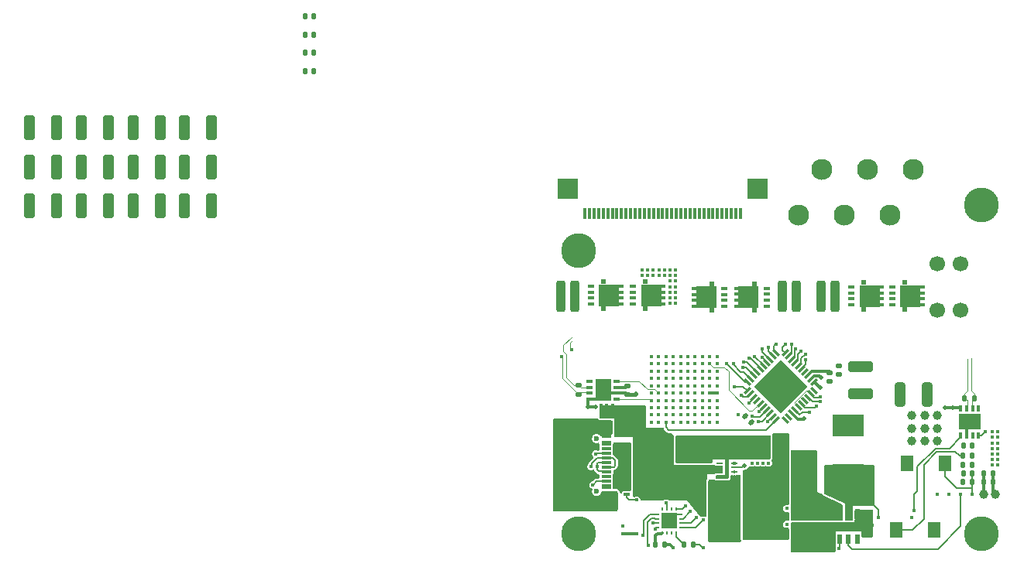
<source format=gbr>
%TF.GenerationSoftware,KiCad,Pcbnew,9.0.1*%
%TF.CreationDate,2025-05-01T00:05:03-04:00*%
%TF.ProjectId,main_board,6d61696e-5f62-46f6-9172-642e6b696361,rev?*%
%TF.SameCoordinates,Original*%
%TF.FileFunction,Copper,L1,Top*%
%TF.FilePolarity,Positive*%
%FSLAX46Y46*%
G04 Gerber Fmt 4.6, Leading zero omitted, Abs format (unit mm)*
G04 Created by KiCad (PCBNEW 9.0.1) date 2025-05-01 00:05:03*
%MOMM*%
%LPD*%
G01*
G04 APERTURE LIST*
G04 Aperture macros list*
%AMRoundRect*
0 Rectangle with rounded corners*
0 $1 Rounding radius*
0 $2 $3 $4 $5 $6 $7 $8 $9 X,Y pos of 4 corners*
0 Add a 4 corners polygon primitive as box body*
4,1,4,$2,$3,$4,$5,$6,$7,$8,$9,$2,$3,0*
0 Add four circle primitives for the rounded corners*
1,1,$1+$1,$2,$3*
1,1,$1+$1,$4,$5*
1,1,$1+$1,$6,$7*
1,1,$1+$1,$8,$9*
0 Add four rect primitives between the rounded corners*
20,1,$1+$1,$2,$3,$4,$5,0*
20,1,$1+$1,$4,$5,$6,$7,0*
20,1,$1+$1,$6,$7,$8,$9,0*
20,1,$1+$1,$8,$9,$2,$3,0*%
%AMRotRect*
0 Rectangle, with rotation*
0 The origin of the aperture is its center*
0 $1 length*
0 $2 width*
0 $3 Rotation angle, in degrees counterclockwise*
0 Add horizontal line*
21,1,$1,$2,0,0,$3*%
G04 Aperture macros list end*
%TA.AperFunction,ComponentPad*%
%ADD10C,3.800000*%
%TD*%
%TA.AperFunction,SMDPad,CuDef*%
%ADD11RoundRect,0.140000X-0.170000X0.140000X-0.170000X-0.140000X0.170000X-0.140000X0.170000X0.140000X0*%
%TD*%
%TA.AperFunction,SMDPad,CuDef*%
%ADD12RoundRect,0.250000X-0.325000X-1.100000X0.325000X-1.100000X0.325000X1.100000X-0.325000X1.100000X0*%
%TD*%
%TA.AperFunction,SMDPad,CuDef*%
%ADD13RoundRect,0.147500X-0.147500X-0.172500X0.147500X-0.172500X0.147500X0.172500X-0.147500X0.172500X0*%
%TD*%
%TA.AperFunction,SMDPad,CuDef*%
%ADD14R,0.304800X0.762000*%
%TD*%
%TA.AperFunction,SMDPad,CuDef*%
%ADD15R,2.438400X1.651000*%
%TD*%
%TA.AperFunction,SMDPad,CuDef*%
%ADD16R,0.711200X0.228600*%
%TD*%
%TA.AperFunction,SMDPad,CuDef*%
%ADD17R,1.854200X5.003800*%
%TD*%
%TA.AperFunction,SMDPad,CuDef*%
%ADD18RoundRect,0.140000X0.140000X0.170000X-0.140000X0.170000X-0.140000X-0.170000X0.140000X-0.170000X0*%
%TD*%
%TA.AperFunction,SMDPad,CuDef*%
%ADD19RoundRect,0.250000X-0.250000X-1.450000X0.250000X-1.450000X0.250000X1.450000X-0.250000X1.450000X0*%
%TD*%
%TA.AperFunction,SMDPad,CuDef*%
%ADD20R,0.660000X0.420000*%
%TD*%
%TA.AperFunction,SMDPad,CuDef*%
%ADD21R,0.570000X0.600000*%
%TD*%
%TA.AperFunction,SMDPad,CuDef*%
%ADD22R,2.300000X2.400000*%
%TD*%
%TA.AperFunction,SMDPad,CuDef*%
%ADD23RoundRect,0.140000X-0.140000X-0.170000X0.140000X-0.170000X0.140000X0.170000X-0.140000X0.170000X0*%
%TD*%
%TA.AperFunction,SMDPad,CuDef*%
%ADD24RoundRect,0.140000X-0.219203X-0.021213X-0.021213X-0.219203X0.219203X0.021213X0.021213X0.219203X0*%
%TD*%
%TA.AperFunction,SMDPad,CuDef*%
%ADD25R,1.651000X2.438400*%
%TD*%
%TA.AperFunction,SMDPad,CuDef*%
%ADD26R,0.762000X0.304800*%
%TD*%
%TA.AperFunction,SMDPad,CuDef*%
%ADD27RoundRect,0.135000X-0.135000X-0.185000X0.135000X-0.185000X0.135000X0.185000X-0.135000X0.185000X0*%
%TD*%
%TA.AperFunction,BGAPad,CuDef*%
%ADD28C,0.400000*%
%TD*%
%TA.AperFunction,SMDPad,CuDef*%
%ADD29RoundRect,0.250000X0.250000X1.450000X-0.250000X1.450000X-0.250000X-1.450000X0.250000X-1.450000X0*%
%TD*%
%TA.AperFunction,SMDPad,CuDef*%
%ADD30R,0.650000X0.350000*%
%TD*%
%TA.AperFunction,SMDPad,CuDef*%
%ADD31R,1.550000X2.400000*%
%TD*%
%TA.AperFunction,SMDPad,CuDef*%
%ADD32RoundRect,0.135000X0.135000X0.185000X-0.135000X0.185000X-0.135000X-0.185000X0.135000X-0.185000X0*%
%TD*%
%TA.AperFunction,SMDPad,CuDef*%
%ADD33R,1.350000X1.800000*%
%TD*%
%TA.AperFunction,SMDPad,CuDef*%
%ADD34O,0.400000X0.250000*%
%TD*%
%TA.AperFunction,SMDPad,CuDef*%
%ADD35O,0.250000X0.400000*%
%TD*%
%TA.AperFunction,SMDPad,CuDef*%
%ADD36R,1.700000X1.700000*%
%TD*%
%TA.AperFunction,SMDPad,CuDef*%
%ADD37RoundRect,0.250000X1.100000X-0.325000X1.100000X0.325000X-1.100000X0.325000X-1.100000X-0.325000X0*%
%TD*%
%TA.AperFunction,SMDPad,CuDef*%
%ADD38RoundRect,0.250000X-0.312500X-1.075000X0.312500X-1.075000X0.312500X1.075000X-0.312500X1.075000X0*%
%TD*%
%TA.AperFunction,SMDPad,CuDef*%
%ADD39RoundRect,0.140000X0.170000X-0.140000X0.170000X0.140000X-0.170000X0.140000X-0.170000X-0.140000X0*%
%TD*%
%TA.AperFunction,SMDPad,CuDef*%
%ADD40RoundRect,0.250000X1.075000X-0.312500X1.075000X0.312500X-1.075000X0.312500X-1.075000X-0.312500X0*%
%TD*%
%TA.AperFunction,SMDPad,CuDef*%
%ADD41R,0.300000X1.250000*%
%TD*%
%TA.AperFunction,SMDPad,CuDef*%
%ADD42R,2.300000X2.200000*%
%TD*%
%TA.AperFunction,SMDPad,CuDef*%
%ADD43RoundRect,0.018200X0.219203X0.377312X-0.377312X-0.219203X-0.219203X-0.377312X0.377312X0.219203X0*%
%TD*%
%TA.AperFunction,SMDPad,CuDef*%
%ADD44RoundRect,0.018200X-0.219203X0.377312X-0.377312X0.219203X0.219203X-0.377312X0.377312X-0.219203X0*%
%TD*%
%TA.AperFunction,SMDPad,CuDef*%
%ADD45RotRect,4.150000X4.150000X225.000000*%
%TD*%
%TA.AperFunction,SMDPad,CuDef*%
%ADD46RoundRect,0.135000X0.185000X-0.135000X0.185000X0.135000X-0.185000X0.135000X-0.185000X-0.135000X0*%
%TD*%
%TA.AperFunction,ComponentPad*%
%ADD47C,0.600000*%
%TD*%
%TA.AperFunction,ComponentPad*%
%ADD48O,1.900000X1.000000*%
%TD*%
%TA.AperFunction,ComponentPad*%
%ADD49O,1.600000X1.000000*%
%TD*%
%TA.AperFunction,SMDPad,CuDef*%
%ADD50R,1.140000X0.600000*%
%TD*%
%TA.AperFunction,SMDPad,CuDef*%
%ADD51R,1.140000X0.300000*%
%TD*%
%TA.AperFunction,SMDPad,CuDef*%
%ADD52R,3.429000X2.489200*%
%TD*%
%TA.AperFunction,SMDPad,CuDef*%
%ADD53R,0.558800X1.003300*%
%TD*%
%TA.AperFunction,SMDPad,CuDef*%
%ADD54RoundRect,0.250000X-1.100000X0.325000X-1.100000X-0.325000X1.100000X-0.325000X1.100000X0.325000X0*%
%TD*%
%TA.AperFunction,ComponentPad*%
%ADD55C,2.300000*%
%TD*%
%TA.AperFunction,ComponentPad*%
%ADD56C,1.700000*%
%TD*%
%TA.AperFunction,ViaPad*%
%ADD57C,0.400000*%
%TD*%
%TA.AperFunction,ViaPad*%
%ADD58C,1.000000*%
%TD*%
%TA.AperFunction,ViaPad*%
%ADD59C,0.500000*%
%TD*%
%TA.AperFunction,ViaPad*%
%ADD60C,0.350000*%
%TD*%
%TA.AperFunction,Conductor*%
%ADD61C,0.304800*%
%TD*%
%TA.AperFunction,Conductor*%
%ADD62C,0.203200*%
%TD*%
%TA.AperFunction,Conductor*%
%ADD63C,0.100000*%
%TD*%
%TA.AperFunction,Conductor*%
%ADD64C,0.076200*%
%TD*%
%TA.AperFunction,Conductor*%
%ADD65C,0.158242*%
%TD*%
%TA.AperFunction,Conductor*%
%ADD66C,0.200000*%
%TD*%
%TA.AperFunction,Conductor*%
%ADD67C,0.431800*%
%TD*%
%TA.AperFunction,Conductor*%
%ADD68C,0.127000*%
%TD*%
G04 APERTURE END LIST*
D10*
%TO.P,REF\u002A\u002A,1*%
%TO.N,N/C*%
X117000000Y-112000000D03*
%TD*%
D11*
%TO.P,C35,2*%
%TO.N,GND*%
X145440400Y-94561600D03*
%TO.P,C35,1*%
%TO.N,VBUS*%
X145440400Y-93601600D03*
%TD*%
%TO.P,C34,1*%
%TO.N,VBUS*%
X143967200Y-110100850D03*
%TO.P,C34,2*%
%TO.N,GND*%
X143967200Y-111060850D03*
%TD*%
D12*
%TO.P,C14,1*%
%TO.N,VBUS*%
X56997600Y-67564000D03*
%TO.P,C14,2*%
%TO.N,GND*%
X59947600Y-67564000D03*
%TD*%
%TO.P,C20,1*%
%TO.N,VBUS*%
X68297600Y-67564000D03*
%TO.P,C20,2*%
%TO.N,GND*%
X71247600Y-67564000D03*
%TD*%
D13*
%TO.P,U12,1*%
%TO.N,GND*%
X87090000Y-55360400D03*
%TO.P,U12,2*%
%TO.N,unconnected-(U12-Pad2)*%
X88060000Y-55360400D03*
%TD*%
D10*
%TO.P,REF\u002A\u002A,1*%
%TO.N,N/C*%
X161000000Y-76000000D03*
%TD*%
D14*
%TO.P,U18,1,TXD*%
%TO.N,/CAN Transceiver1/CAN_TX*%
X158760402Y-101193600D03*
%TO.P,U18,2,GND*%
%TO.N,GND*%
X159410400Y-101193600D03*
%TO.P,U18,3,VCC*%
%TO.N,+3V3*%
X160060402Y-101193600D03*
%TO.P,U18,4,RXD*%
%TO.N,/CAN Transceiver1/CAN_RX*%
X160710400Y-101193600D03*
%TO.P,U18,5,VIO*%
%TO.N,+3V3*%
X160710400Y-98247200D03*
%TO.P,U18,6,CANL*%
%TO.N,/CAN_N*%
X160060402Y-98247200D03*
%TO.P,U18,7,CANH*%
%TO.N,/CAN_P*%
X159410400Y-98247200D03*
%TO.P,U18,8,S*%
%TO.N,GND*%
X158760402Y-98247200D03*
D15*
%TO.P,U18,9,EPAD*%
X159735401Y-99720400D03*
%TD*%
D12*
%TO.P,C32,1*%
%TO.N,VBUS*%
X73947600Y-71814000D03*
%TO.P,C32,2*%
%TO.N,GND*%
X76897600Y-71814000D03*
%TD*%
D16*
%TO.P,U3,1,RT*%
%TO.N,unconnected-(U3-RT-Pad1)*%
X132410200Y-104241600D03*
%TO.P,U3,2,EN*%
%TO.N,VBUS*%
X132410200Y-104741726D03*
%TO.P,U3,3,VIN*%
X132410200Y-105241852D03*
%TO.P,U3,4,GND*%
%TO.N,GND*%
X132410200Y-105741978D03*
%TO.P,U3,5,SW*%
%TO.N,Net-(U3-SW)*%
X134010400Y-105741978D03*
%TO.P,U3,6,BST*%
%TO.N,Net-(U3-BST)*%
X134010400Y-105241852D03*
%TO.P,U3,7,SS*%
%TO.N,Net-(U3-SS)*%
X134010400Y-104741726D03*
%TO.P,U3,8,FB*%
%TO.N,Net-(U3-FB)*%
X134010400Y-104241600D03*
%TD*%
D10*
%TO.P,REF\u002A\u002A,1*%
%TO.N,N/C*%
X161000000Y-112000000D03*
%TD*%
D12*
%TO.P,C23,1*%
%TO.N,VBUS*%
X68297600Y-71814000D03*
%TO.P,C23,2*%
%TO.N,GND*%
X71247600Y-71814000D03*
%TD*%
D13*
%TO.P,U21,1*%
%TO.N,GND*%
X87090000Y-61330400D03*
%TO.P,U21,2*%
%TO.N,unconnected-(U21-Pad2)*%
X88060000Y-61330400D03*
%TD*%
D11*
%TO.P,C43,1*%
%TO.N,+3V3*%
X122326400Y-95796603D03*
%TO.P,C43,2*%
%TO.N,GND*%
X122326400Y-96756603D03*
%TD*%
D10*
%TO.P,REF\u002A\u002A,1*%
%TO.N,N/C*%
X117000000Y-81000000D03*
%TD*%
D17*
%TO.P,L2,1*%
%TO.N,+3V3*%
X137045700Y-110032800D03*
%TO.P,L2,2*%
%TO.N,Net-(U3-SW)*%
X132600700Y-110032800D03*
%TD*%
D12*
%TO.P,C19,1*%
%TO.N,VBUS*%
X62647600Y-76064000D03*
%TO.P,C19,2*%
%TO.N,GND*%
X65597600Y-76064000D03*
%TD*%
D18*
%TO.P,C42,1*%
%TO.N,+3V3*%
X160040201Y-102362000D03*
%TO.P,C42,2*%
%TO.N,GND*%
X159080201Y-102362000D03*
%TD*%
D19*
%TO.P,R30,1*%
%TO.N,GND*%
X115074000Y-85953600D03*
%TO.P,R30,2*%
%TO.N,/Motor/Gate Driver/H_BRIDGE_SPC*%
X116574000Y-85953600D03*
%TD*%
D20*
%TO.P,U11,1*%
%TO.N,/Motor/Gate Driver/H_BRIDGE_SHA*%
X151272800Y-84989797D03*
%TO.P,U11,2*%
X151272800Y-85639797D03*
%TO.P,U11,3*%
X151272800Y-86279797D03*
%TO.P,U11,4*%
%TO.N,/Motor/Gate Driver/H_BRIDGE_GHA*%
X151272800Y-86929797D03*
%TO.P,U11,5*%
%TO.N,VBUS*%
X154472800Y-86929797D03*
%TO.P,U11,6*%
X154472800Y-86279797D03*
%TO.P,U11,7*%
X154472800Y-85639797D03*
%TO.P,U11,8*%
X154472800Y-84989797D03*
D21*
%TO.P,U11,9*%
X152622800Y-84509797D03*
%TO.P,U11,10*%
X152622800Y-87409797D03*
D22*
%TO.P,U11,11*%
X153272800Y-85959797D03*
%TD*%
D23*
%TO.P,C53,1*%
%TO.N,+3V3*%
X125420000Y-113200000D03*
%TO.P,C53,2*%
%TO.N,GND*%
X126380000Y-113200000D03*
%TD*%
D24*
%TO.P,C45,1*%
%TO.N,+3V3*%
X135194989Y-99126989D03*
%TO.P,C45,2*%
%TO.N,GND*%
X135873811Y-99805811D03*
%TD*%
D19*
%TO.P,R28,1*%
%TO.N,GND*%
X143541600Y-85987397D03*
%TO.P,R28,2*%
%TO.N,/Motor/Gate Driver/H_BRIDGE_SPA*%
X145041600Y-85987397D03*
%TD*%
D12*
%TO.P,C16,1*%
%TO.N,VBUS*%
X56997600Y-76064000D03*
%TO.P,C16,2*%
%TO.N,GND*%
X59947600Y-76064000D03*
%TD*%
D20*
%TO.P,U16,1*%
%TO.N,/Motor/Gate Driver/H_BRIDGE_SHC*%
X122955600Y-84900597D03*
%TO.P,U16,2*%
X122955600Y-85550597D03*
%TO.P,U16,3*%
X122955600Y-86190597D03*
%TO.P,U16,4*%
%TO.N,/Motor/Gate Driver/H_BRIDGE_GHC*%
X122955600Y-86840597D03*
%TO.P,U16,5*%
%TO.N,VBUS*%
X126155600Y-86840597D03*
%TO.P,U16,6*%
X126155600Y-86190597D03*
%TO.P,U16,7*%
X126155600Y-85550597D03*
%TO.P,U16,8*%
X126155600Y-84900597D03*
D21*
%TO.P,U16,9*%
X124305600Y-84420597D03*
%TO.P,U16,10*%
X124305600Y-87320597D03*
D22*
%TO.P,U16,11*%
X124955600Y-85870597D03*
%TD*%
D12*
%TO.P,C28,1*%
%TO.N,VBUS*%
X68297600Y-76064000D03*
%TO.P,C28,2*%
%TO.N,GND*%
X71247600Y-76064000D03*
%TD*%
D25*
%TO.P,U10,9,EPAD*%
%TO.N,GND*%
X119684800Y-96276603D03*
D26*
%TO.P,U10,8,S*%
X118211600Y-97251602D03*
%TO.P,U10,7,CANH*%
%TO.N,/CAN_P*%
X118211600Y-96601604D03*
%TO.P,U10,6,CANL*%
%TO.N,/CAN_N*%
X118211600Y-95951602D03*
%TO.P,U10,5,VIO*%
%TO.N,+3V3*%
X118211600Y-95301604D03*
%TO.P,U10,4,RXD*%
%TO.N,/CAN Transceiver/CAN_RX*%
X121158000Y-95301604D03*
%TO.P,U10,3,VCC*%
%TO.N,+3V3*%
X121158000Y-95951602D03*
%TO.P,U10,2,GND*%
%TO.N,GND*%
X121158000Y-96601604D03*
%TO.P,U10,1,TXD*%
%TO.N,/CAN Transceiver/CAN_TX*%
X121158000Y-97251602D03*
%TD*%
D27*
%TO.P,R13,1*%
%TO.N,Net-(U1-ADDR{slash}ORIENT)*%
X128522000Y-113182400D03*
%TO.P,R13,2*%
%TO.N,GND*%
X129542000Y-113182400D03*
%TD*%
%TO.P,R19,1*%
%TO.N,/CAN_P*%
X159205200Y-97129600D03*
%TO.P,R19,2*%
%TO.N,/CAN_N*%
X160225200Y-97129600D03*
%TD*%
%TO.P,R38,1*%
%TO.N,+3V3*%
X159021200Y-106311400D03*
%TO.P,R38,2*%
%TO.N,Net-(U6-EN)*%
X160041200Y-106311400D03*
%TD*%
D28*
%TO.P,U7,A1,PE4*%
%TO.N,unconnected-(U7B-PE4-PadA1)*%
X124943200Y-99783600D03*
%TO.P,U7,A2,PB9*%
%TO.N,unconnected-(U7A-PB9-PadA2)*%
X124943200Y-98983600D03*
%TO.P,U7,A3,PB8-BOOT0*%
%TO.N,unconnected-(U7A-PB8-BOOT0-PadA3)*%
X124943200Y-98183600D03*
%TO.P,U7,A4,PB6*%
%TO.N,/CAN Transceiver/CAN_TX*%
X124943200Y-97383600D03*
%TO.P,U7,A5,PB3*%
%TO.N,unconnected-(U7A-PB3-PadA5)*%
X124943200Y-96583600D03*
%TO.P,U7,A6,PD6*%
%TO.N,unconnected-(U7A-PD6-PadA6)*%
X124943200Y-95783600D03*
%TO.P,U7,A7,PD5*%
%TO.N,unconnected-(U7A-PD5-PadA7)*%
X124943200Y-94983600D03*
%TO.P,U7,A8,PD4*%
%TO.N,unconnected-(U7A-PD4-PadA8)*%
X124943200Y-94183600D03*
%TO.P,U7,A9,PD1*%
%TO.N,unconnected-(U7A-PD1-PadA9)*%
X124943200Y-93383600D03*
%TO.P,U7,A10,PC12*%
%TO.N,/Motor/Gate Driver/GATE_DRIVER_SDO*%
X124943200Y-92583600D03*
%TO.P,U7,B1,PE5*%
%TO.N,unconnected-(U7B-PE5-PadB1)*%
X125743200Y-99783600D03*
%TO.P,U7,B2,PE3*%
%TO.N,unconnected-(U7B-PE3-PadB2)*%
X125743200Y-98983600D03*
%TO.P,U7,B3,PE1*%
%TO.N,unconnected-(U7B-PE1-PadB3)*%
X125743200Y-98183600D03*
%TO.P,U7,B4,PB7*%
%TO.N,unconnected-(U7A-PB7-PadB4)*%
X125743200Y-97383600D03*
%TO.P,U7,B5,PB5*%
%TO.N,/CAN Transceiver/CAN_RX*%
X125743200Y-96583600D03*
%TO.P,U7,B6,PD7*%
%TO.N,unconnected-(U7A-PD7-PadB6)*%
X125743200Y-95783600D03*
%TO.P,U7,B7,PD2*%
%TO.N,unconnected-(U7A-PD2-PadB7)*%
X125743200Y-94983600D03*
%TO.P,U7,B8,PD0*%
%TO.N,unconnected-(U7A-PD0-PadB8)*%
X125743200Y-94183600D03*
%TO.P,U7,B9,PA15*%
%TO.N,unconnected-(U7A-PA15-PadB9)*%
X125743200Y-93383600D03*
%TO.P,U7,B10,PA14*%
%TO.N,unconnected-(U7A-PA14-PadB10)*%
X125743200Y-92583600D03*
%TO.P,U7,C1,PC14-OSC32_IN*%
%TO.N,/Motor/Gate Driver/GATE_DRIVER_ENABLE*%
X126543200Y-99783600D03*
%TO.P,U7,C2,PE6*%
%TO.N,unconnected-(U7B-PE6-PadC2)*%
X126543200Y-98983600D03*
%TO.P,U7,C3,PE2*%
%TO.N,unconnected-(U7B-PE2-PadC3)*%
X126543200Y-98183600D03*
%TO.P,U7,C4,PE0*%
%TO.N,unconnected-(U7B-PE0-PadC4)*%
X126543200Y-97383600D03*
%TO.P,U7,C5,PB4*%
%TO.N,unconnected-(U7A-PB4-PadC5)*%
X126543200Y-96583600D03*
%TO.P,U7,C6,PD3*%
%TO.N,unconnected-(U7A-PD3-PadC6)*%
X126543200Y-95783600D03*
%TO.P,U7,C7,PC11*%
%TO.N,/Motor/Gate Driver/GATE_DRIVER_SCLK*%
X126543200Y-94983600D03*
%TO.P,U7,C8,PC10*%
%TO.N,unconnected-(U7A-PC10-PadC8)*%
X126543200Y-94183600D03*
%TO.P,U7,C9,PA12*%
%TO.N,unconnected-(U7A-PA12-PadC9)*%
X126543200Y-93383600D03*
%TO.P,U7,C10,PA11*%
%TO.N,/Expansion Port/ENCODER_SCL*%
X126543200Y-92583600D03*
%TO.P,U7,D1,PC15-OSC32_OUT*%
%TO.N,/Motor/Gate Driver/GATE_DRIVER_INLA*%
X127343200Y-99783600D03*
%TO.P,U7,D2,VSS*%
%TO.N,GND*%
X127343200Y-98983600D03*
%TO.P,U7,D3,VBAT*%
%TO.N,+3V3*%
X127343200Y-98183600D03*
%TO.P,U7,D4,PC13*%
%TO.N,/Motor/Gate Driver/GATE_DRIVER_SDI*%
X127343200Y-97383600D03*
%TO.P,U7,D5,VDD*%
%TO.N,+3V3*%
X127343200Y-96583600D03*
%TO.P,U7,D6,VSS*%
%TO.N,GND*%
X127343200Y-95783600D03*
%TO.P,U7,D7,VDD*%
%TO.N,+3V3*%
X127343200Y-94983600D03*
%TO.P,U7,D8,PA13*%
%TO.N,unconnected-(U7A-PA13-PadD8)*%
X127343200Y-94183600D03*
%TO.P,U7,D9,PA10*%
%TO.N,/Expansion Port/ENCODER_SDA*%
X127343200Y-93383600D03*
%TO.P,U7,D10,PA9*%
%TO.N,unconnected-(U7A-PA9-PadD10)*%
X127343200Y-92583600D03*
%TO.P,U7,E1,PF0-OSC_IN*%
%TO.N,unconnected-(U7B-PF0-OSC_IN-PadE1)*%
X128143200Y-99783600D03*
%TO.P,U7,E2,PF1-OSC_OUT*%
%TO.N,unconnected-(U7B-PF1-OSC_OUT-PadE2)*%
X128143200Y-98983600D03*
%TO.P,U7,E3,PF9*%
%TO.N,unconnected-(U7B-PF9-PadE3)*%
X128143200Y-98183600D03*
%TO.P,U7,E4,PF10*%
%TO.N,unconnected-(U7B-PF10-PadE4)*%
X128143200Y-97383600D03*
%TO.P,U7,E5,VSS*%
%TO.N,GND*%
X128143200Y-96583600D03*
%TO.P,U7,E6,VSS*%
X128143200Y-95783600D03*
%TO.P,U7,E7,VSS*%
X128143200Y-94983600D03*
%TO.P,U7,E8,PC8*%
%TO.N,unconnected-(U7A-PC8-PadE8)*%
X128143200Y-94183600D03*
%TO.P,U7,E9,PC9*%
%TO.N,unconnected-(U7A-PC9-PadE9)*%
X128143200Y-93383600D03*
%TO.P,U7,E10,PA8*%
%TO.N,unconnected-(U7A-PA8-PadE10)*%
X128143200Y-92583600D03*
%TO.P,U7,F1,PC2*%
%TO.N,unconnected-(U7A-PC2-PadF1)*%
X128943200Y-99783600D03*
%TO.P,U7,F2,PC0*%
%TO.N,unconnected-(U7A-PC0-PadF2)*%
X128943200Y-98983600D03*
%TO.P,U7,F3,PG10-NRST*%
%TO.N,/MCU/STM32_EN*%
X128943200Y-98183600D03*
%TO.P,U7,F4,PC1*%
%TO.N,unconnected-(U7A-PC1-PadF4)*%
X128943200Y-97383600D03*
%TO.P,U7,F5,VDD*%
%TO.N,+3V3*%
X128943200Y-96583600D03*
%TO.P,U7,F6,VSS*%
%TO.N,GND*%
X128943200Y-95783600D03*
%TO.P,U7,F7,VDD*%
%TO.N,+3V3*%
X128943200Y-94983600D03*
%TO.P,U7,F8,PD14*%
%TO.N,unconnected-(U7A-PD14-PadF8)*%
X128943200Y-94183600D03*
%TO.P,U7,F9,PC6*%
%TO.N,unconnected-(U7A-PC6-PadF9)*%
X128943200Y-93383600D03*
%TO.P,U7,F10,PC7*%
%TO.N,unconnected-(U7A-PC7-PadF10)*%
X128943200Y-92583600D03*
%TO.P,U7,G1,PC3*%
%TO.N,unconnected-(U7A-PC3-PadG1)*%
X129743200Y-99783600D03*
%TO.P,U7,G2,PA1*%
%TO.N,/Motor/Gate Driver/GATE_DRIVER_INHB*%
X129743200Y-98983600D03*
%TO.P,U7,G3,PF2*%
%TO.N,unconnected-(U7B-PF2-PadG3)*%
X129743200Y-98183600D03*
%TO.P,U7,G4,PA0*%
%TO.N,/Motor/Gate Driver/GATE_DRIVER_INHA*%
X129743200Y-97383600D03*
%TO.P,U7,G5,PE7*%
%TO.N,unconnected-(U7B-PE7-PadG5)*%
X129743200Y-96583600D03*
%TO.P,U7,G6,PE12*%
%TO.N,unconnected-(U7B-PE12-PadG6)*%
X129743200Y-95783600D03*
%TO.P,U7,G7,PD10*%
%TO.N,unconnected-(U7A-PD10-PadG7)*%
X129743200Y-94983600D03*
%TO.P,U7,G8,PD9*%
%TO.N,unconnected-(U7A-PD9-PadG8)*%
X129743200Y-94183600D03*
%TO.P,U7,G9,PD13*%
%TO.N,unconnected-(U7A-PD13-PadG9)*%
X129743200Y-93383600D03*
%TO.P,U7,G10,PD15*%
%TO.N,unconnected-(U7A-PD15-PadG10)*%
X129743200Y-92583600D03*
%TO.P,U7,H1,PA2*%
%TO.N,/Motor/Gate Driver/GATE_DRIVER_INHC*%
X130543200Y-99783600D03*
%TO.P,U7,H2,PA4*%
%TO.N,unconnected-(U7A-PA4-PadH2)*%
X130543200Y-98983600D03*
%TO.P,U7,H3,PA3*%
%TO.N,/Motor/Gate Driver/MOTOR_A_CURRENT_SENSE*%
X130543200Y-98183600D03*
%TO.P,U7,H4,PB0*%
%TO.N,/Motor/Gate Driver/GATE_DRIVER_NSCS*%
X130543200Y-97383600D03*
%TO.P,U7,H5,PE8*%
%TO.N,unconnected-(U7B-PE8-PadH5)*%
X130543200Y-96583600D03*
%TO.P,U7,H6,PE9*%
%TO.N,unconnected-(U7B-PE9-PadH6)*%
X130543200Y-95783600D03*
%TO.P,U7,H7,PE15*%
%TO.N,unconnected-(U7B-PE15-PadH7)*%
X130543200Y-94983600D03*
%TO.P,U7,H8,PB11*%
%TO.N,unconnected-(U7A-PB11-PadH8)*%
X130543200Y-94183600D03*
%TO.P,U7,H9,PB14*%
%TO.N,unconnected-(U7A-PB14-PadH9)*%
X130543200Y-93383600D03*
%TO.P,U7,H10,PD11*%
%TO.N,unconnected-(U7A-PD11-PadH10)*%
X130543200Y-92583600D03*
%TO.P,U7,J1,PA5*%
%TO.N,unconnected-(U7A-PA5-PadJ1)*%
X131343200Y-99783600D03*
%TO.P,U7,J2,PA6*%
%TO.N,/Motor/Gate Driver/MOTOR_B_CURRENT_SENSE*%
X131343200Y-98983600D03*
%TO.P,U7,J3,PC5*%
%TO.N,unconnected-(U7A-PC5-PadJ3)*%
X131343200Y-98183600D03*
%TO.P,U7,J4,PB2*%
%TO.N,unconnected-(U7A-PB2-PadJ4)*%
X131343200Y-97383600D03*
%TO.P,U7,J5,VDDA*%
%TO.N,+3V3*%
X131343200Y-96583600D03*
%TO.P,U7,J6,PE11*%
%TO.N,unconnected-(U7B-PE11-PadJ6)*%
X131343200Y-95783600D03*
%TO.P,U7,J7,PE14*%
%TO.N,unconnected-(U7B-PE14-PadJ7)*%
X131343200Y-94983600D03*
%TO.P,U7,J8,PB10*%
%TO.N,unconnected-(U7A-PB10-PadJ8)*%
X131343200Y-94183600D03*
%TO.P,U7,J9,PB13*%
%TO.N,/Motor/Gate Driver/GATE_DRIVER_NFAULT*%
X131343200Y-93383600D03*
%TO.P,U7,J10,PD12*%
%TO.N,unconnected-(U7A-PD12-PadJ10)*%
X131343200Y-92583600D03*
%TO.P,U7,K1,PA7*%
%TO.N,unconnected-(U7A-PA7-PadK1)*%
X132143200Y-99783600D03*
%TO.P,U7,K2,PC4*%
%TO.N,unconnected-(U7A-PC4-PadK2)*%
X132143200Y-98983600D03*
%TO.P,U7,K3,PB1*%
%TO.N,/Motor/Gate Driver/MOTOR_C_CURRENT_SENSE*%
X132143200Y-98183600D03*
%TO.P,U7,K4,VSSA*%
%TO.N,GND*%
X132143200Y-97383600D03*
%TO.P,U7,K5,VREF+*%
%TO.N,+3V3*%
X132143200Y-96583600D03*
%TO.P,U7,K6,PE10*%
%TO.N,unconnected-(U7B-PE10-PadK6)*%
X132143200Y-95783600D03*
%TO.P,U7,K7,PE13*%
%TO.N,unconnected-(U7B-PE13-PadK7)*%
X132143200Y-94983600D03*
%TO.P,U7,K8,PB12*%
%TO.N,unconnected-(U7A-PB12-PadK8)*%
X132143200Y-94183600D03*
%TO.P,U7,K9,PB15*%
%TO.N,unconnected-(U7A-PB15-PadK9)*%
X132143200Y-93383600D03*
%TO.P,U7,K10,PD8*%
%TO.N,unconnected-(U7A-PD8-PadK10)*%
X132143200Y-92583600D03*
%TD*%
D27*
%TO.P,R37,1*%
%TO.N,/MCU/EN_12V*%
X159021200Y-104419400D03*
%TO.P,R37,2*%
%TO.N,GND*%
X160041200Y-104419400D03*
%TD*%
D12*
%TO.P,C17,1*%
%TO.N,VBUS*%
X62647600Y-67564000D03*
%TO.P,C17,2*%
%TO.N,GND*%
X65597600Y-67564000D03*
%TD*%
D23*
%TO.P,C29,1*%
%TO.N,+3V3*%
X161324800Y-105384600D03*
%TO.P,C29,2*%
%TO.N,GND*%
X162284800Y-105384600D03*
%TD*%
D13*
%TO.P,U19,1*%
%TO.N,GND*%
X87090000Y-57350400D03*
%TO.P,U19,2*%
%TO.N,unconnected-(U19-Pad2)*%
X88060000Y-57350400D03*
%TD*%
D12*
%TO.P,C15,1*%
%TO.N,VBUS*%
X56997600Y-71814000D03*
%TO.P,C15,2*%
%TO.N,GND*%
X59947600Y-71814000D03*
%TD*%
D13*
%TO.P,U20,1*%
%TO.N,GND*%
X87090000Y-59340400D03*
%TO.P,U20,2*%
%TO.N,unconnected-(U20-Pad2)*%
X88060000Y-59340400D03*
%TD*%
D29*
%TO.P,R29,1*%
%TO.N,GND*%
X140793600Y-85987397D03*
%TO.P,R29,2*%
%TO.N,/Motor/Gate Driver/H_BRIDGE_SPB*%
X139293600Y-85987397D03*
%TD*%
D30*
%TO.P,U5,1*%
%TO.N,/Power/VBUS_IN*%
X122227700Y-105677500D03*
%TO.P,U5,2*%
X122227700Y-106327500D03*
%TO.P,U5,3*%
X122227700Y-106977500D03*
%TO.P,U5,4*%
%TO.N,Net-(D4-A)*%
X122227700Y-107627500D03*
%TO.P,U5,5*%
%TO.N,VBUS*%
X125327700Y-107627500D03*
%TO.P,U5,6*%
X125327700Y-106977500D03*
%TO.P,U5,7*%
X125327700Y-106327500D03*
%TO.P,U5,8*%
X125327700Y-105677500D03*
D31*
%TO.P,U5,9*%
X123777700Y-106652500D03*
%TD*%
D32*
%TO.P,R39,1*%
%TO.N,+3V3*%
X160041200Y-103454200D03*
%TO.P,R39,2*%
%TO.N,Net-(U6-IO0)*%
X159021200Y-103454200D03*
%TD*%
D33*
%TO.P,S1,1*%
%TO.N,Net-(U6-EN)*%
X157034200Y-104317800D03*
%TO.P,S1,2*%
%TO.N,GND*%
X152884200Y-104317800D03*
%TD*%
D20*
%TO.P,U15,1*%
%TO.N,/Motor/Gate Driver/H_BRIDGE_SPB*%
X137554000Y-87064597D03*
%TO.P,U15,2*%
X137554000Y-86414597D03*
%TO.P,U15,3*%
X137554000Y-85774597D03*
%TO.P,U15,4*%
%TO.N,/Motor/Gate Driver/H_BRIDGE_GLB*%
X137554000Y-85124597D03*
%TO.P,U15,5*%
%TO.N,/Motor/Gate Driver/H_BRIDGE_SHB*%
X134354000Y-85124597D03*
%TO.P,U15,6*%
X134354000Y-85774597D03*
%TO.P,U15,7*%
X134354000Y-86414597D03*
%TO.P,U15,8*%
X134354000Y-87064597D03*
D21*
%TO.P,U15,9*%
X136204000Y-87544597D03*
%TO.P,U15,10*%
X136204000Y-84644597D03*
D22*
%TO.P,U15,11*%
X135554000Y-86094597D03*
%TD*%
D34*
%TO.P,U1,1,D+*%
%TO.N,/MCU/USB_D+*%
X125612500Y-109837500D03*
%TO.P,U1,2,D-*%
%TO.N,/MCU/USB_D-*%
X125612500Y-110337500D03*
%TO.P,U1,3,CC1*%
%TO.N,Net-(U1-CC1)*%
X125612500Y-110837500D03*
%TO.P,U1,4,CC2*%
%TO.N,Net-(U1-CC2)*%
X125612500Y-111337500D03*
D35*
%TO.P,U1,5,VDD*%
%TO.N,+3V3*%
X126162500Y-111887500D03*
%TO.P,U1,6,DEBUG_N*%
%TO.N,unconnected-(U1-DEBUG_N-Pad6)*%
X126662500Y-111887500D03*
%TO.P,U1,7,EN_HVDCP/OUT1*%
%TO.N,unconnected-(U1-EN_HVDCP{slash}OUT1-Pad7)*%
X127162500Y-111887500D03*
%TO.P,U1,8,ADDR/ORIENT*%
%TO.N,Net-(U1-ADDR{slash}ORIENT)*%
X127662500Y-111887500D03*
D34*
%TO.P,U1,9,SDA/SNK_VSET*%
%TO.N,/MCU/PD_SDA*%
X128212500Y-111337500D03*
%TO.P,U1,10,SCL/SNK_ISET*%
%TO.N,/MCU/PD_SCL*%
X128212500Y-110837500D03*
%TO.P,U1,11,INT_N*%
%TO.N,/MCU/PD_INT_N*%
X128212500Y-110337500D03*
%TO.P,U1,12,EN_N*%
%TO.N,GND*%
X128212500Y-109837500D03*
D35*
%TO.P,U1,13,FAULT/OUT2*%
%TO.N,/MCU/PD_FAULT*%
X127662500Y-109287500D03*
%TO.P,U1,14,FLGIN*%
%TO.N,unconnected-(U1-FLGIN-Pad14)*%
X127162500Y-109287500D03*
%TO.P,U1,15,GATE*%
%TO.N,/Power/VBUS_SWITCH_GATE*%
X126662500Y-109287500D03*
%TO.P,U1,16,VBUS*%
%TO.N,/Power/VBUS_IN*%
X126162500Y-109287500D03*
D36*
%TO.P,U1,17,GND*%
%TO.N,GND*%
X126912500Y-110587500D03*
%TD*%
D37*
%TO.P,C8,1*%
%TO.N,VBUS*%
X129032000Y-106123000D03*
%TO.P,C8,2*%
%TO.N,GND*%
X129032000Y-103173000D03*
%TD*%
D12*
%TO.P,C33,1*%
%TO.N,VBUS*%
X73947600Y-76064000D03*
%TO.P,C33,2*%
%TO.N,GND*%
X76897600Y-76064000D03*
%TD*%
D18*
%TO.P,C44,1*%
%TO.N,Net-(U6-EN)*%
X160011200Y-105384600D03*
%TO.P,C44,2*%
%TO.N,GND*%
X159051200Y-105384600D03*
%TD*%
D38*
%TO.P,C6,1*%
%TO.N,+12V*%
X152156700Y-96723200D03*
%TO.P,C6,2*%
%TO.N,GND*%
X155081700Y-96723200D03*
%TD*%
D20*
%TO.P,U13,1*%
%TO.N,/Motor/Gate Driver/H_BRIDGE_SPA*%
X146802400Y-84989797D03*
%TO.P,U13,2*%
X146802400Y-85639797D03*
%TO.P,U13,3*%
X146802400Y-86279797D03*
%TO.P,U13,4*%
%TO.N,/Motor/Gate Driver/H_BRIDGE_GLA*%
X146802400Y-86929797D03*
%TO.P,U13,5*%
%TO.N,/Motor/Gate Driver/H_BRIDGE_SHA*%
X150002400Y-86929797D03*
%TO.P,U13,6*%
X150002400Y-86279797D03*
%TO.P,U13,7*%
X150002400Y-85639797D03*
%TO.P,U13,8*%
X150002400Y-84989797D03*
D21*
%TO.P,U13,9*%
X148152400Y-84509797D03*
%TO.P,U13,10*%
X148152400Y-87409797D03*
D22*
%TO.P,U13,11*%
X148802400Y-85959797D03*
%TD*%
D39*
%TO.P,C22,1*%
%TO.N,VBUS*%
X144475200Y-95323600D03*
%TO.P,C22,2*%
%TO.N,Net-(U8-VCP)*%
X144475200Y-94363600D03*
%TD*%
D20*
%TO.P,U14,1*%
%TO.N,/Motor/Gate Driver/H_BRIDGE_SHB*%
X132931600Y-87074197D03*
%TO.P,U14,2*%
X132931600Y-86424197D03*
%TO.P,U14,3*%
X132931600Y-85784197D03*
%TO.P,U14,4*%
%TO.N,/Motor/Gate Driver/H_BRIDGE_GHB*%
X132931600Y-85134197D03*
%TO.P,U14,5*%
%TO.N,VBUS*%
X129731600Y-85134197D03*
%TO.P,U14,6*%
X129731600Y-85784197D03*
%TO.P,U14,7*%
X129731600Y-86424197D03*
%TO.P,U14,8*%
X129731600Y-87074197D03*
D21*
%TO.P,U14,9*%
X131581600Y-87554197D03*
%TO.P,U14,10*%
X131581600Y-84654197D03*
D22*
%TO.P,U14,11*%
X130931600Y-86104197D03*
%TD*%
D40*
%TO.P,C5,1*%
%TO.N,+3V3*%
X136550400Y-105602500D03*
%TO.P,C5,2*%
%TO.N,GND*%
X136550400Y-102677500D03*
%TD*%
D12*
%TO.P,C18,1*%
%TO.N,VBUS*%
X62647600Y-71814000D03*
%TO.P,C18,2*%
%TO.N,GND*%
X65597600Y-71814000D03*
%TD*%
D41*
%TO.P,U9,1,1*%
%TO.N,unconnected-(U9-Pad1)*%
X134687200Y-76950400D03*
%TO.P,U9,2,2*%
%TO.N,unconnected-(U9-Pad2)*%
X134187200Y-76950400D03*
%TO.P,U9,3,3*%
%TO.N,unconnected-(U9-Pad3)*%
X133687200Y-76950400D03*
%TO.P,U9,4,4*%
%TO.N,unconnected-(U9-Pad4)*%
X133187200Y-76950400D03*
%TO.P,U9,5,5*%
%TO.N,unconnected-(U9-Pad5)*%
X132687200Y-76950400D03*
%TO.P,U9,6,6*%
%TO.N,unconnected-(U9-Pad6)*%
X132187200Y-76950400D03*
%TO.P,U9,7,7*%
%TO.N,unconnected-(U9-Pad7)*%
X131687200Y-76950400D03*
%TO.P,U9,8,8*%
%TO.N,unconnected-(U9-Pad8)*%
X131187200Y-76950400D03*
%TO.P,U9,9,9*%
%TO.N,unconnected-(U9-Pad9)*%
X130687200Y-76950400D03*
%TO.P,U9,10,10*%
%TO.N,unconnected-(U9-Pad10)*%
X130187200Y-76950400D03*
%TO.P,U9,11,11*%
%TO.N,unconnected-(U9-Pad11)*%
X129687200Y-76950400D03*
%TO.P,U9,12,12*%
%TO.N,unconnected-(U9-Pad12)*%
X129187200Y-76950400D03*
%TO.P,U9,13,13*%
%TO.N,unconnected-(U9-Pad13)*%
X128687200Y-76950400D03*
%TO.P,U9,14,14*%
%TO.N,unconnected-(U9-Pad14)*%
X128187200Y-76950400D03*
%TO.P,U9,15,15*%
%TO.N,unconnected-(U9-Pad15)*%
X127687200Y-76950400D03*
%TO.P,U9,16,16*%
%TO.N,unconnected-(U9-Pad16)*%
X127187200Y-76950400D03*
%TO.P,U9,17,17*%
%TO.N,unconnected-(U9-Pad17)*%
X126687200Y-76950400D03*
%TO.P,U9,18,18*%
%TO.N,unconnected-(U9-Pad18)*%
X126187200Y-76950400D03*
%TO.P,U9,19,19*%
%TO.N,unconnected-(U9-Pad19)*%
X125687200Y-76950400D03*
%TO.P,U9,20,20*%
%TO.N,unconnected-(U9-Pad20)*%
X125187200Y-76950400D03*
%TO.P,U9,21,21*%
%TO.N,unconnected-(U9-Pad21)*%
X124687200Y-76950400D03*
%TO.P,U9,22,22*%
%TO.N,unconnected-(U9-Pad22)*%
X124187200Y-76950400D03*
%TO.P,U9,23,23*%
%TO.N,unconnected-(U9-Pad23)*%
X123687200Y-76950400D03*
%TO.P,U9,24,24*%
%TO.N,unconnected-(U9-Pad24)*%
X123187200Y-76950400D03*
%TO.P,U9,25,25*%
%TO.N,unconnected-(U9-Pad25)*%
X122687200Y-76950400D03*
%TO.P,U9,26,26*%
%TO.N,unconnected-(U9-Pad26)*%
X122187200Y-76950400D03*
%TO.P,U9,27,27*%
%TO.N,unconnected-(U9-Pad27)*%
X121687200Y-76950400D03*
%TO.P,U9,28,28*%
%TO.N,unconnected-(U9-Pad28)*%
X121187200Y-76950400D03*
%TO.P,U9,29,29*%
%TO.N,unconnected-(U9-Pad29)*%
X120687200Y-76950400D03*
%TO.P,U9,30,30*%
%TO.N,unconnected-(U9-Pad30)*%
X120187200Y-76950400D03*
%TO.P,U9,31,31*%
%TO.N,unconnected-(U9-Pad31)*%
X119687200Y-76950400D03*
%TO.P,U9,32,32*%
%TO.N,unconnected-(U9-Pad32)*%
X119187200Y-76950400D03*
%TO.P,U9,33,33*%
%TO.N,unconnected-(U9-Pad33)*%
X118687200Y-76950400D03*
%TO.P,U9,34,34*%
%TO.N,unconnected-(U9-Pad34)*%
X118187200Y-76950400D03*
%TO.P,U9,35,35*%
%TO.N,unconnected-(U9-Pad35)*%
X117687200Y-76950400D03*
D42*
%TO.P,U9,36,36*%
%TO.N,unconnected-(U9-Pad36)*%
X115787200Y-74230400D03*
%TO.P,U9,37,37*%
%TO.N,unconnected-(U9-Pad37)*%
X136587200Y-74230400D03*
%TD*%
D43*
%TO.P,U8,1,CPL*%
%TO.N,Net-(U8-CPL)*%
X142777690Y-95374955D03*
%TO.P,U8,2,CPH*%
%TO.N,Net-(U8-CPH)*%
X142424136Y-95021401D03*
%TO.P,U8,3,VCP*%
%TO.N,Net-(U8-VCP)*%
X142070583Y-94667848D03*
%TO.P,U8,4,VM*%
%TO.N,VBUS*%
X141717029Y-94314295D03*
%TO.P,U8,5,VDRAIN*%
X141363476Y-93960741D03*
%TO.P,U8,6,GHA*%
%TO.N,/Motor/Gate Driver/H_BRIDGE_GHA*%
X141009923Y-93607188D03*
%TO.P,U8,7,SHA*%
%TO.N,/Motor/Gate Driver/H_BRIDGE_SHA*%
X140656369Y-93253635D03*
%TO.P,U8,8,GLA*%
%TO.N,/Motor/Gate Driver/H_BRIDGE_GLA*%
X140302816Y-92900081D03*
%TO.P,U8,9,SPA*%
%TO.N,/Motor/Gate Driver/H_BRIDGE_SPA*%
X139949263Y-92546528D03*
%TO.P,U8,10,SNA*%
%TO.N,GND*%
X139595709Y-92192974D03*
D44*
%TO.P,U8,11,SNB*%
X138626973Y-92192974D03*
%TO.P,U8,12,SPB*%
%TO.N,/Motor/Gate Driver/H_BRIDGE_SPB*%
X138273419Y-92546528D03*
%TO.P,U8,13,GLB*%
%TO.N,/Motor/Gate Driver/H_BRIDGE_GLB*%
X137919866Y-92900081D03*
%TO.P,U8,14,SHB*%
%TO.N,/Motor/Gate Driver/H_BRIDGE_SHB*%
X137566313Y-93253635D03*
%TO.P,U8,15,GHB*%
%TO.N,/Motor/Gate Driver/H_BRIDGE_GHB*%
X137212759Y-93607188D03*
%TO.P,U8,16,GHC*%
%TO.N,/Motor/Gate Driver/H_BRIDGE_GHC*%
X136859206Y-93960741D03*
%TO.P,U8,17,SHC*%
%TO.N,/Motor/Gate Driver/H_BRIDGE_SHC*%
X136505653Y-94314295D03*
%TO.P,U8,18,GLC*%
%TO.N,/Motor/Gate Driver/H_BRIDGE_GLC*%
X136152099Y-94667848D03*
%TO.P,U8,19,SPC*%
%TO.N,/Motor/Gate Driver/H_BRIDGE_SPC*%
X135798546Y-95021401D03*
%TO.P,U8,20,SNC*%
%TO.N,GND*%
X135444992Y-95374955D03*
D43*
%TO.P,U8,21,SOC*%
%TO.N,Net-(U8-SOC)*%
X135444992Y-96343691D03*
%TO.P,U8,22,SOB*%
%TO.N,Net-(U8-SOB)*%
X135798546Y-96697245D03*
%TO.P,U8,23,SOA*%
%TO.N,Net-(U8-SOA)*%
X136152099Y-97050798D03*
%TO.P,U8,24,VREF*%
%TO.N,+3V3*%
X136505653Y-97404351D03*
%TO.P,U8,25,NFAULT*%
%TO.N,/Motor/Gate Driver/GATE_DRIVER_NFAULT*%
X136859206Y-97757905D03*
%TO.P,U8,26,SDO*%
%TO.N,/Motor/Gate Driver/GATE_DRIVER_SDO*%
X137212759Y-98111458D03*
%TO.P,U8,27,SDI*%
%TO.N,/Motor/Gate Driver/GATE_DRIVER_SDI*%
X137566313Y-98465011D03*
%TO.P,U8,28,SCLK*%
%TO.N,/Motor/Gate Driver/GATE_DRIVER_SCLK*%
X137919866Y-98818565D03*
%TO.P,U8,29,NSCS*%
%TO.N,/Motor/Gate Driver/GATE_DRIVER_NSCS*%
X138273419Y-99172118D03*
%TO.P,U8,30,ENABLE*%
%TO.N,/Motor/Gate Driver/GATE_DRIVER_ENABLE*%
X138626973Y-99525672D03*
D44*
%TO.P,U8,31,CAL*%
%TO.N,unconnected-(U8-CAL-Pad31)*%
X139595709Y-99525672D03*
%TO.P,U8,32,AGND*%
%TO.N,GND*%
X139949263Y-99172118D03*
%TO.P,U8,33,DVDD*%
%TO.N,Net-(U8-DVDD)*%
X140302816Y-98818565D03*
%TO.P,U8,34,INHA*%
%TO.N,/Motor/Gate Driver/GATE_DRIVER_INHA*%
X140656369Y-98465011D03*
%TO.P,U8,35,INLA*%
%TO.N,/Motor/Gate Driver/GATE_DRIVER_INLA*%
X141009923Y-98111458D03*
%TO.P,U8,36,INHB*%
%TO.N,/Motor/Gate Driver/GATE_DRIVER_INHB*%
X141363476Y-97757905D03*
%TO.P,U8,37,INLB*%
%TO.N,/Motor/Gate Driver/GATE_DRIVER_INLA*%
X141717029Y-97404351D03*
%TO.P,U8,38,INHC*%
%TO.N,/Motor/Gate Driver/GATE_DRIVER_INHC*%
X142070583Y-97050798D03*
%TO.P,U8,39,INLC*%
%TO.N,/Motor/Gate Driver/GATE_DRIVER_INLA*%
X142424136Y-96697245D03*
%TO.P,U8,40,PGND*%
%TO.N,GND*%
X142777690Y-96343691D03*
D45*
%TO.P,U8,41,EXP*%
X139111341Y-95859323D03*
%TD*%
D12*
%TO.P,C31,1*%
%TO.N,VBUS*%
X73947600Y-67564000D03*
%TO.P,C31,2*%
%TO.N,GND*%
X76897600Y-67564000D03*
%TD*%
D33*
%TO.P,S2,1*%
%TO.N,Net-(U6-IO0)*%
X151747400Y-111556800D03*
%TO.P,S2,2*%
%TO.N,GND*%
X155897400Y-111556800D03*
%TD*%
D46*
%TO.P,R18,1*%
%TO.N,/CAN_P*%
X117043200Y-96786603D03*
%TO.P,R18,2*%
%TO.N,/CAN_N*%
X117043200Y-95766603D03*
%TD*%
D47*
%TO.P,USB1,*%
%TO.N,*%
X118962800Y-101554800D03*
X118962800Y-107334800D03*
D48*
%TO.P,USB1,1*%
%TO.N,GND*%
X119462800Y-100124800D03*
%TO.P,USB1,2*%
X119462800Y-108764800D03*
D49*
%TO.P,USB1,3*%
X115282800Y-108764800D03*
%TO.P,USB1,4*%
X115282800Y-100124800D03*
D50*
%TO.P,USB1,A1B12*%
X120032800Y-101244800D03*
%TO.P,USB1,A4B9*%
%TO.N,Net-(USB1-VBUS)*%
X120032800Y-102044800D03*
D51*
%TO.P,USB1,A5,CC1*%
%TO.N,Net-(U1-CC1)*%
X120032800Y-103194800D03*
%TO.P,USB1,A6,D+*%
%TO.N,/MCU/USB_D+*%
X120032800Y-104194800D03*
%TO.P,USB1,A7,D-*%
%TO.N,/MCU/USB_D-*%
X120032800Y-104694800D03*
%TO.P,USB1,A8,SBU1*%
%TO.N,Net-(USB1-SBU1)*%
X120032800Y-105694800D03*
D50*
%TO.P,USB1,B1A12*%
%TO.N,GND*%
X120032800Y-107644800D03*
%TO.P,USB1,B4A9*%
%TO.N,Net-(USB1-VBUS)*%
X120032800Y-106844800D03*
D51*
%TO.P,USB1,B5,CC2*%
%TO.N,Net-(U1-CC2)*%
X120032800Y-106194800D03*
%TO.P,USB1,B6*%
%TO.N,/MCU/USB_D+*%
X120032800Y-105194800D03*
%TO.P,USB1,B7*%
%TO.N,/MCU/USB_D-*%
X120032800Y-103694800D03*
%TO.P,USB1,B8,SBU2*%
%TO.N,Net-(USB1-SBU2)*%
X120032800Y-102694800D03*
%TD*%
D52*
%TO.P,L1,1*%
%TO.N,+12V*%
X146507200Y-100108000D03*
%TO.P,L1,2*%
%TO.N,Net-(U2-SW)*%
X146507200Y-105543600D03*
%TD*%
D20*
%TO.P,U17,1*%
%TO.N,/Motor/Gate Driver/H_BRIDGE_SPC*%
X118333200Y-84900597D03*
%TO.P,U17,2*%
X118333200Y-85550597D03*
%TO.P,U17,3*%
X118333200Y-86190597D03*
%TO.P,U17,4*%
%TO.N,/Motor/Gate Driver/H_BRIDGE_GLC*%
X118333200Y-86840597D03*
%TO.P,U17,5*%
%TO.N,/Motor/Gate Driver/H_BRIDGE_SHC*%
X121533200Y-86840597D03*
%TO.P,U17,6*%
X121533200Y-86190597D03*
%TO.P,U17,7*%
X121533200Y-85550597D03*
%TO.P,U17,8*%
X121533200Y-84900597D03*
D21*
%TO.P,U17,9*%
X119683200Y-84420597D03*
%TO.P,U17,10*%
X119683200Y-87320597D03*
D22*
%TO.P,U17,11*%
X120333200Y-85870597D03*
%TD*%
D53*
%TO.P,U2,1,GND*%
%TO.N,GND*%
X147457201Y-109812500D03*
%TO.P,U2,2,SW*%
%TO.N,Net-(U2-SW)*%
X146507200Y-109812500D03*
%TO.P,U2,3,VIN*%
%TO.N,VBUS*%
X145557199Y-109812500D03*
%TO.P,U2,4,FB*%
%TO.N,Net-(U2-FB)*%
X145557199Y-112568400D03*
%TO.P,U2,5,EN*%
%TO.N,/MCU/EN_12V*%
X146507200Y-112568400D03*
%TO.P,U2,6,CB*%
%TO.N,Net-(U2-CB)*%
X147457201Y-112568400D03*
%TD*%
D23*
%TO.P,C56,1*%
%TO.N,+3V3*%
X161324800Y-106311400D03*
%TO.P,C56,2*%
%TO.N,GND*%
X162284800Y-106311400D03*
%TD*%
D54*
%TO.P,C24,2*%
%TO.N,GND*%
X147828000Y-96623401D03*
%TO.P,C24,1*%
%TO.N,VBUS*%
X147828000Y-93673399D03*
%TD*%
D39*
%TO.P,C36,1*%
%TO.N,VBUS*%
X131165600Y-104823200D03*
%TO.P,C36,2*%
%TO.N,GND*%
X131165600Y-103863200D03*
%TD*%
D55*
%TO.P,CN3,1,1*%
%TO.N,/Motor/Gate Driver/H_BRIDGE_SHA*%
X141070000Y-77074400D03*
X143570000Y-72074400D03*
%TO.P,CN3,2,2*%
%TO.N,/Motor/Gate Driver/H_BRIDGE_SHB*%
X146070000Y-77074400D03*
X148570000Y-72074400D03*
%TO.P,CN3,3,3*%
%TO.N,/Motor/Gate Driver/H_BRIDGE_SHC*%
X151070000Y-77074400D03*
X153570000Y-72074400D03*
%TD*%
D54*
%TO.P,C7,1*%
%TO.N,VBUS*%
X141732000Y-109743450D03*
%TO.P,C7,2*%
%TO.N,GND*%
X141732000Y-112693450D03*
%TD*%
D56*
%TO.P,CN1,1,1*%
%TO.N,GND*%
X156230000Y-82460000D03*
X156230000Y-87540000D03*
%TO.P,CN1,2,2*%
%TO.N,+12V*%
X158770000Y-82460000D03*
X158770000Y-87540000D03*
%TD*%
D57*
%TO.N,VBUS*%
X119481600Y-97953003D03*
X120091200Y-97942400D03*
X120700800Y-97942400D03*
X120080563Y-99154588D03*
X120700800Y-99161600D03*
X119481600Y-99161600D03*
X120700800Y-98552000D03*
X120091200Y-98552000D03*
X119481600Y-98552000D03*
X121310400Y-99364800D03*
X121310400Y-99974400D03*
X121310400Y-100584000D03*
X121310400Y-101193600D03*
X129438400Y-107289600D03*
X127000000Y-107289600D03*
X127000000Y-107899200D03*
X128828800Y-107899200D03*
X128219200Y-107899200D03*
X127609600Y-107899200D03*
X128828800Y-107289600D03*
X128219200Y-107289600D03*
X127609600Y-107289600D03*
X126187200Y-106070400D03*
X126796800Y-106070400D03*
X126796800Y-105460800D03*
X126187200Y-105460800D03*
X121310400Y-98145600D03*
X121920000Y-98145600D03*
X123139200Y-98145600D03*
X122529600Y-98145600D03*
X123748800Y-98145600D03*
X123139200Y-99974400D03*
X121920000Y-98755200D03*
X121310400Y-98755200D03*
X123748800Y-98755200D03*
X121920000Y-101193600D03*
X121920000Y-100584000D03*
X126187200Y-100584000D03*
X125577600Y-100584000D03*
X123139200Y-100584000D03*
X124358400Y-100584000D03*
X123139200Y-99364800D03*
X123139200Y-98755200D03*
X121920000Y-99974400D03*
X122529600Y-100584000D03*
X124968000Y-100584000D03*
X122529600Y-98755200D03*
X123748800Y-100584000D03*
X122529600Y-99974400D03*
X121920000Y-99364800D03*
X122529600Y-101193600D03*
X123748800Y-99364800D03*
X123748800Y-99974400D03*
X122529600Y-99364800D03*
X125577600Y-101193600D03*
X126796800Y-101193600D03*
X124968000Y-101193600D03*
X123139200Y-101193600D03*
X124358400Y-101193600D03*
X126187200Y-101193600D03*
X123748800Y-101193600D03*
X126796800Y-101803200D03*
X125577600Y-101803200D03*
X123139200Y-101803200D03*
X124968000Y-101803200D03*
X123748800Y-101803200D03*
X126187200Y-101803200D03*
X124358400Y-101803200D03*
X126796800Y-102412800D03*
X125577600Y-102412800D03*
X123139200Y-102412800D03*
X124968000Y-102412800D03*
X123748800Y-102412800D03*
X126187200Y-102412800D03*
X124358400Y-102412800D03*
X126796800Y-103022400D03*
X125577600Y-103022400D03*
X123139200Y-103022400D03*
X124968000Y-103022400D03*
X123748800Y-103022400D03*
X126187200Y-103022400D03*
X124358400Y-103022400D03*
X126796800Y-103632000D03*
X125577600Y-103632000D03*
X123139200Y-103632000D03*
X124968000Y-103632000D03*
X123748800Y-103632000D03*
X126187200Y-103632000D03*
X124358400Y-103632000D03*
X126796800Y-104241600D03*
X125577600Y-104241600D03*
X123139200Y-104241600D03*
X124968000Y-104241600D03*
X123748800Y-104241600D03*
X126187200Y-104241600D03*
X124358400Y-104241600D03*
X130454400Y-104851200D03*
X129844800Y-104851200D03*
X129235200Y-104851200D03*
X128625600Y-104851200D03*
X128016000Y-104851200D03*
X127406400Y-104851200D03*
X126796800Y-104851200D03*
X126187200Y-104851200D03*
X125577600Y-104851200D03*
X124968000Y-104851200D03*
X124358400Y-104851200D03*
X123748800Y-104851200D03*
X123139200Y-104851200D03*
%TO.N,*%
X135940800Y-104241600D03*
X136550400Y-104241600D03*
X137160000Y-104241600D03*
X137769600Y-104241600D03*
%TO.N,+3V3*%
X135331200Y-106680000D03*
X135940800Y-106680000D03*
X136550400Y-106680000D03*
X137160000Y-106680000D03*
X137769600Y-106680000D03*
X139598400Y-106070400D03*
X138379200Y-106680000D03*
X139598400Y-106680000D03*
X138988800Y-106070400D03*
X138988800Y-106680000D03*
X138379200Y-106070400D03*
X139598400Y-104851200D03*
X138379200Y-105460800D03*
X139598400Y-105460800D03*
X138988800Y-104851200D03*
X138988800Y-105460800D03*
X138379200Y-104851200D03*
X139598400Y-103632000D03*
X138379200Y-104241600D03*
X139598400Y-104241600D03*
X138988800Y-103632000D03*
X138988800Y-104241600D03*
X138379200Y-103632000D03*
X139598400Y-102412800D03*
X138379200Y-103022400D03*
X139598400Y-103022400D03*
X138988800Y-102412800D03*
X138988800Y-103022400D03*
X138379200Y-102412800D03*
X138379200Y-101803200D03*
X138988800Y-101803200D03*
X139598400Y-101803200D03*
X139598400Y-101193600D03*
X138988800Y-101193600D03*
X138379200Y-101193600D03*
%TO.N,GND*%
X144068800Y-111760000D03*
X145084800Y-111556800D03*
X145084800Y-110947200D03*
X142240000Y-110947200D03*
X142849600Y-110947200D03*
X142849600Y-111556800D03*
X142240000Y-111556800D03*
X141020800Y-111556800D03*
X141020800Y-110947200D03*
X140411200Y-110947200D03*
X140411200Y-111556800D03*
X144678400Y-112979200D03*
X144068800Y-112979200D03*
X143459200Y-112979200D03*
%TO.N,/MCU/PD_SDA*%
X139750800Y-109220000D03*
X139750800Y-110947200D03*
X130606800Y-110490000D03*
%TO.N,/MCU/PD_SCL*%
X129844800Y-110236000D03*
%TO.N,/MCU/USB_D+*%
X124002800Y-112166400D03*
%TO.N,/MCU/USB_D-*%
X124612400Y-113284000D03*
%TO.N,Net-(U1-CC1)*%
X125157000Y-110822832D03*
%TO.N,Net-(U1-CC2)*%
X125391400Y-111449859D03*
%TO.N,/MCU/USB_D+*%
X119008401Y-104648000D03*
%TO.N,*%
X162211200Y-103263400D03*
X127000000Y-86766400D03*
X162211200Y-103873000D03*
X162211200Y-104482600D03*
X162211200Y-101434600D03*
X162820800Y-102653800D03*
X127609600Y-83718400D03*
X162820800Y-100825000D03*
X127000000Y-83108800D03*
X162211200Y-102044200D03*
X125171200Y-83108800D03*
X162820800Y-101434600D03*
X127609600Y-83108800D03*
X123952000Y-83718400D03*
X127609600Y-84328000D03*
X162820800Y-103873000D03*
X162820800Y-102044200D03*
X125780800Y-83718400D03*
X124561600Y-83718400D03*
X127000000Y-86156800D03*
X124561600Y-83108800D03*
X127000000Y-85547200D03*
X125171200Y-83718400D03*
X162211200Y-102653800D03*
X162820800Y-103263400D03*
X127000000Y-83718400D03*
X125780800Y-83108800D03*
X127000000Y-84937600D03*
X123952000Y-83108800D03*
X127000000Y-84328000D03*
X126390400Y-83108800D03*
X127609600Y-85547200D03*
X126390400Y-83718400D03*
X162211200Y-100825000D03*
X162820800Y-104482600D03*
X127609600Y-86766400D03*
X127609600Y-84937600D03*
X127609600Y-86156800D03*
%TO.N,+3V3*%
X127343200Y-94983600D03*
X131343199Y-96583601D03*
X128943200Y-94983600D03*
X127343202Y-98183600D03*
X127343200Y-96583600D03*
X128943200Y-96583600D03*
D58*
X161266800Y-107708400D03*
D57*
%TO.N,GND*%
X116230400Y-102006400D03*
X116230400Y-106070400D03*
X148945600Y-112166400D03*
X115417600Y-103632000D03*
X134721600Y-102006400D03*
X142240000Y-113588800D03*
X148336000Y-112166400D03*
X117856000Y-108508800D03*
X132892800Y-103225600D03*
X116230400Y-101193600D03*
X128625600Y-102006400D03*
X114604800Y-103632000D03*
X115417600Y-106070400D03*
X143459200Y-113588800D03*
X134112000Y-102006400D03*
X115417600Y-102819200D03*
D58*
X153416800Y-101858400D03*
X156216800Y-99058400D03*
D57*
X117043200Y-107696000D03*
X140793600Y-85987397D03*
X117856000Y-102006400D03*
X117043200Y-101193600D03*
X137160000Y-101396800D03*
X143541600Y-85987397D03*
D58*
X162536800Y-107708400D03*
D57*
X128943200Y-95783600D03*
X121804989Y-111995011D03*
X136550400Y-103632000D03*
X159051200Y-105384600D03*
X148945600Y-111556800D03*
X131064000Y-102006400D03*
X145694400Y-111556800D03*
X155897400Y-111556800D03*
X130657600Y-113487200D03*
X144068800Y-113588800D03*
X131673600Y-102006400D03*
X115417600Y-105257600D03*
X117043200Y-105257600D03*
D59*
X135128000Y-103558400D03*
D57*
X117856000Y-103632000D03*
X127300000Y-113500000D03*
X145694400Y-110947200D03*
X127343200Y-95783600D03*
X132283200Y-102006400D03*
X132410200Y-105741978D03*
D59*
X118872000Y-98105403D03*
D57*
X114604800Y-106883200D03*
X131064000Y-103225600D03*
X133502400Y-102616000D03*
X117043200Y-108508800D03*
D58*
X154816800Y-99058400D03*
D57*
X128143200Y-96583600D03*
X117856000Y-101193600D03*
X117856000Y-100380800D03*
X115417600Y-102006400D03*
X128016000Y-101396800D03*
X141020800Y-113588800D03*
X131064000Y-101396800D03*
X117856000Y-109321600D03*
D59*
X118059201Y-98105404D03*
D57*
X142849600Y-113588800D03*
X146304000Y-110947200D03*
X134112000Y-101396800D03*
X115074000Y-85953600D03*
X114604800Y-102819200D03*
X160041200Y-104419400D03*
D58*
X154816800Y-101858400D03*
D57*
X131673600Y-103225600D03*
X116230400Y-106883200D03*
X127400000Y-111100000D03*
X134721600Y-102616000D03*
X133502400Y-103225600D03*
X116230400Y-102819200D03*
X117043200Y-109321600D03*
X132143200Y-97383600D03*
X114604800Y-102006400D03*
X117830273Y-105270493D03*
X140411200Y-113588800D03*
D59*
X160528000Y-100177600D03*
D57*
X115417600Y-106883200D03*
X133502400Y-102006400D03*
X115417600Y-104444800D03*
X146304000Y-111556800D03*
D58*
X156216800Y-101858400D03*
D57*
X137769600Y-103632000D03*
X132283200Y-102616000D03*
X117043200Y-102819200D03*
X126400000Y-110100000D03*
X117043200Y-99568000D03*
D59*
X160528000Y-99364800D03*
X119278400Y-97089403D03*
X157073600Y-98145600D03*
X158902400Y-99364800D03*
D57*
X134112000Y-102616000D03*
X114604800Y-104444800D03*
X117043200Y-104444800D03*
X116230400Y-107696000D03*
X130454400Y-102006400D03*
X139598400Y-91236800D03*
D58*
X153416800Y-99058400D03*
D57*
X144678400Y-113588800D03*
X114604800Y-101193600D03*
X117043200Y-103632000D03*
X117856000Y-99568000D03*
D59*
X120091200Y-95463803D03*
X119684800Y-96276603D03*
D57*
X132283200Y-103225600D03*
X137160000Y-103632000D03*
X152884200Y-104317800D03*
X137769600Y-101396800D03*
X117856000Y-107696000D03*
X129844800Y-101396800D03*
D59*
X123240800Y-96683003D03*
D57*
X153416000Y-110229600D03*
D59*
X158902400Y-100177600D03*
D57*
X117043200Y-100380800D03*
X141630400Y-113588800D03*
X129235200Y-101396800D03*
X115417600Y-107696000D03*
X117043200Y-102006400D03*
X114604800Y-105257600D03*
X128143200Y-95783600D03*
X131673600Y-102616000D03*
X130454400Y-101396800D03*
X133502400Y-101396800D03*
X136550400Y-101396800D03*
X131673600Y-101396800D03*
X117856000Y-106070400D03*
D59*
X119278400Y-95463803D03*
D57*
X135940800Y-103632000D03*
X117791706Y-104423267D03*
D58*
X156216800Y-100458400D03*
D57*
X117856000Y-106883200D03*
X128625600Y-101396800D03*
X129844800Y-102006400D03*
X127343200Y-98983600D03*
D58*
X154816800Y-100458400D03*
D57*
X146913600Y-110914062D03*
X114604800Y-106070400D03*
D58*
X153416800Y-100458400D03*
D57*
X132892800Y-102616000D03*
D59*
X159735401Y-99720400D03*
D57*
X135331200Y-101396800D03*
X126400000Y-111100000D03*
X132283200Y-101396800D03*
X133197600Y-93370400D03*
X117043200Y-106883200D03*
X117043200Y-106070400D03*
X149086168Y-111019137D03*
X132892800Y-101396800D03*
X116230400Y-104444800D03*
X127400000Y-110100000D03*
X129235200Y-102006400D03*
X117856000Y-102819200D03*
X115417600Y-101193600D03*
D59*
X157886400Y-98145600D03*
D57*
X126900000Y-110600000D03*
X135940800Y-101396800D03*
X116230400Y-105257600D03*
X132892800Y-102006400D03*
X128016000Y-102006400D03*
D59*
X147457201Y-109812498D03*
D57*
X134112000Y-103225600D03*
X131064000Y-102616000D03*
X128143200Y-94983600D03*
X114604800Y-107696000D03*
X116230400Y-103632000D03*
D59*
X120091200Y-97089403D03*
D57*
X138582400Y-91236800D03*
X134721600Y-101396800D03*
%TO.N,VBUS*%
X152622800Y-87409797D03*
X141839535Y-92925312D03*
D59*
%TO.N,Net-(U8-CPH)*%
X143515147Y-94856437D03*
%TO.N,Net-(U8-CPL)*%
X143459200Y-96012000D03*
%TO.N,Net-(U3-SS)*%
X135128000Y-104518400D03*
%TO.N,Net-(U8-DVDD)*%
X141630400Y-99372800D03*
D57*
%TO.N,Net-(D4-A)*%
X123342400Y-108300000D03*
%TO.N,Net-(U6-EN)*%
X159996800Y-107708400D03*
D60*
%TO.N,Net-(U3-SW)*%
X134023100Y-105741978D03*
%TO.N,Net-(U3-BST)*%
X134023100Y-105245789D03*
D57*
%TO.N,Net-(U2-SW)*%
X149758400Y-110236000D03*
%TO.N,/Motor/Gate Driver/MOTOR_C_CURRENT_SENSE*%
X134416800Y-98907600D03*
X132143200Y-98183600D03*
%TO.N,/Motor/Gate Driver/MOTOR_B_CURRENT_SENSE*%
X131343200Y-98983600D03*
%TO.N,/Motor/Gate Driver/MOTOR_A_CURRENT_SENSE*%
X130543200Y-98183600D03*
%TO.N,/MCU/USB_D-*%
X118365747Y-104608549D03*
%TO.N,Net-(U1-CC2)*%
X118567546Y-106631961D03*
%TO.N,Net-(U1-CC1)*%
X118872000Y-103225600D03*
%TO.N,Net-(U2-FB)*%
X145491200Y-113588800D03*
%TO.N,/MCU/STM32_EN*%
X128943200Y-98183600D03*
%TO.N,Net-(U3-FB)*%
X134010400Y-104241600D03*
%TO.N,/Motor/Gate Driver/GATE_DRIVER_NFAULT*%
X131343200Y-93383600D03*
%TO.N,/Motor/Gate Driver/H_BRIDGE_SPA*%
X140309600Y-91236800D03*
X145041600Y-85987397D03*
%TO.N,/Motor/Gate Driver/H_BRIDGE_SPB*%
X139293600Y-85987397D03*
X137766855Y-91568127D03*
%TO.N,Net-(U8-SOA)*%
X135636000Y-97637600D03*
%TO.N,Net-(U8-SOB)*%
X134793613Y-96803587D03*
%TO.N,Net-(U8-SOC)*%
X133980813Y-95889187D03*
%TO.N,/Power/VBUS_SWITCH_GATE*%
X126600000Y-108600000D03*
%TO.N,/MCU/EN_12V*%
X159021200Y-104419400D03*
X158726800Y-107708400D03*
%TO.N,/MCU/PD_INT_N*%
X157456800Y-107708400D03*
X129235200Y-109524800D03*
%TO.N,/MCU/PD_FAULT*%
X156186800Y-107708400D03*
X128687499Y-108915200D03*
%TO.N,/CAN Transceiver1/CAN_RX*%
X161442400Y-100787200D03*
%TO.N,/CAN Transceiver1/CAN_TX*%
X153646800Y-109467600D03*
%TO.N,/Motor/Gate Driver/H_BRIDGE_SPC*%
X116574000Y-85953600D03*
X133908800Y-93370400D03*
%TO.N,/Motor/Gate Driver/GATE_DRIVER_INHA*%
X142240000Y-98653600D03*
X129743200Y-97383600D03*
%TO.N,/Motor/Gate Driver/GATE_DRIVER_SDI*%
X127343200Y-97383600D03*
X135934113Y-99086093D03*
%TO.N,/Motor/Gate Driver/GATE_DRIVER_NSCS*%
X137668000Y-99720400D03*
X130543200Y-97383600D03*
%TO.N,/Motor/Gate Driver/GATE_DRIVER_SDO*%
X136748911Y-98573043D03*
X124943200Y-92583600D03*
%TO.N,/Motor/Gate Driver/GATE_DRIVER_INHB*%
X129743200Y-98983600D03*
X143002000Y-97993200D03*
%TO.N,/Motor/Gate Driver/GATE_DRIVER_SCLK*%
X126543200Y-94983600D03*
X136652000Y-99684763D03*
%TO.N,/Motor/Gate Driver/GATE_DRIVER_INLA*%
X143443643Y-96961867D03*
X127343200Y-99783600D03*
%TO.N,/Motor/Gate Driver/GATE_DRIVER_INHC*%
X143408400Y-97536000D03*
X130543200Y-99783600D03*
%TO.N,/Motor/Gate Driver/H_BRIDGE_GHC*%
X135636000Y-92760800D03*
X122955600Y-86840597D03*
%TO.N,/Motor/Gate Driver/H_BRIDGE_GHA*%
X141783185Y-92327961D03*
X151272800Y-86929797D03*
%TO.N,/Motor/Gate Driver/H_BRIDGE_GLC*%
X118333200Y-86840597D03*
X134924800Y-93776800D03*
%TO.N,/Motor/Gate Driver/H_BRIDGE_GLA*%
X140734739Y-91745628D03*
X146802400Y-86929797D03*
%TO.N,/Motor/Gate Driver/H_BRIDGE_GHB*%
X132931600Y-85134197D03*
X136245600Y-92557600D03*
%TO.N,/Motor/Gate Driver/H_BRIDGE_GLB*%
X137554000Y-85124597D03*
X137109200Y-91744800D03*
%TO.N,/Motor/Gate Driver/H_BRIDGE_SHC*%
X135026400Y-93167200D03*
X119683200Y-87320597D03*
%TO.N,/Motor/Gate Driver/H_BRIDGE_SHB*%
X136204000Y-87544597D03*
X137032239Y-92665756D03*
%TO.N,/Motor/Gate Driver/H_BRIDGE_SHA*%
X141268851Y-92018990D03*
X148152400Y-87409797D03*
%TO.N,/CAN_P*%
X116199800Y-91795600D03*
X115143989Y-92606505D03*
%TO.N,Net-(U1-CC2)*%
X121806325Y-111170862D03*
%TO.N,GND*%
X123317500Y-111996798D03*
X122481627Y-111991270D03*
%TD*%
D61*
%TO.N,Net-(U8-VCP)*%
X142070583Y-94667848D02*
X142523345Y-94215086D01*
X142523345Y-94215086D02*
X144428286Y-94215086D01*
X144428286Y-94215086D02*
X144475200Y-94262000D01*
X144475200Y-94262000D02*
X144475200Y-94363600D01*
%TO.N,Net-(U8-CPH)*%
X142424136Y-95021401D02*
X142772251Y-94673286D01*
X142772251Y-94673286D02*
X143331996Y-94673286D01*
X143331996Y-94673286D02*
X143515147Y-94856437D01*
D62*
%TO.N,VBUS*%
X141363476Y-93960741D02*
X141839535Y-93484682D01*
X141839535Y-93484682D02*
X141839535Y-92925312D01*
%TO.N,/Motor/Gate Driver/H_BRIDGE_SPB*%
X137766855Y-92039964D02*
X137766855Y-91568127D01*
X138273419Y-92546528D02*
X137766855Y-92039964D01*
D63*
%TO.N,/CAN_P*%
X116051800Y-91113429D02*
X116051800Y-91700597D01*
X116355102Y-90810127D02*
X116051800Y-91113429D01*
%TO.N,/CAN_N*%
X160225200Y-96649599D02*
X160225200Y-97129600D01*
X159890200Y-96314599D02*
X160225200Y-96649599D01*
X159890200Y-92739113D02*
X159890200Y-96314599D01*
X115344200Y-91323225D02*
X116208712Y-90458713D01*
X115344200Y-92027000D02*
X115344200Y-91323225D01*
X115671600Y-92354400D02*
X115344200Y-92027000D01*
X115671600Y-94920028D02*
X115671600Y-92354400D01*
X116518175Y-95766603D02*
X115671600Y-94920028D01*
X117043200Y-95766603D02*
X116518175Y-95766603D01*
%TO.N,/CAN_P*%
X159540200Y-96314599D02*
X159540200Y-92884087D01*
X159205200Y-97129600D02*
X159205200Y-96649599D01*
X159205200Y-96649599D02*
X159540200Y-96314599D01*
X115207882Y-94951285D02*
X115207882Y-92670398D01*
X115207882Y-92670398D02*
X115143989Y-92606505D01*
X115207882Y-92634072D02*
X115180315Y-92606505D01*
X115180315Y-92606505D02*
X115143989Y-92606505D01*
D64*
%TO.N,/CAN Transceiver/CAN_RX*%
X121158000Y-95301604D02*
X123648004Y-95301604D01*
X123648004Y-95301604D02*
X124521500Y-96175100D01*
X124521500Y-96175100D02*
X125334700Y-96175100D01*
X125334700Y-96175100D02*
X125743200Y-96583600D01*
D63*
%TO.N,/CAN Transceiver/CAN_TX*%
X124943200Y-97383600D02*
X124811202Y-97251602D01*
X124811202Y-97251602D02*
X121158000Y-97251602D01*
D62*
%TO.N,/MCU/EN_12V*%
X146507200Y-112568400D02*
X146507200Y-113284000D01*
X146862800Y-113639600D02*
X156260800Y-113639600D01*
X156260800Y-113639600D02*
X158726800Y-111173600D01*
X146507200Y-113284000D02*
X146862800Y-113639600D01*
X158726800Y-111173600D02*
X158726800Y-107708400D01*
%TO.N,/CAN Transceiver1/CAN_TX*%
X156011078Y-102664800D02*
X154025600Y-104650278D01*
X154025600Y-107329600D02*
X153646800Y-107708400D01*
X158760402Y-101422200D02*
X157517802Y-102664800D01*
X157517802Y-102664800D02*
X156011078Y-102664800D01*
X158760402Y-101193600D02*
X158760402Y-101422200D01*
X153646800Y-107708400D02*
X153646800Y-109467600D01*
X154025600Y-104650278D02*
X154025600Y-107329600D01*
%TO.N,/MCU/PD_SCL*%
X129243300Y-110837500D02*
X129844800Y-110236000D01*
X128212500Y-110837500D02*
X129243300Y-110837500D01*
%TO.N,/MCU/PD_SDA*%
X129759300Y-111337500D02*
X130606800Y-110490000D01*
X128212500Y-111337500D02*
X129759300Y-111337500D01*
D65*
%TO.N,/MCU/USB_D-*%
X124532600Y-110735598D02*
X124532600Y-112826800D01*
X124532600Y-113204200D02*
X124532600Y-112826800D01*
X124612400Y-113284000D02*
X124532600Y-113204200D01*
%TO.N,/MCU/USB_D+*%
X124082600Y-110549202D02*
X124082600Y-111810800D01*
X124002800Y-112166400D02*
X124082600Y-112086600D01*
X124082600Y-112086600D02*
X124082600Y-111810800D01*
X125612500Y-109837500D02*
X125412500Y-109837500D01*
D66*
X125412500Y-109837500D02*
X125387500Y-109862500D01*
D65*
X124769302Y-109862500D02*
X124082600Y-110549202D01*
X125387500Y-109862500D02*
X124769302Y-109862500D01*
%TO.N,/MCU/USB_D-*%
X125612500Y-110337500D02*
X125412500Y-110337500D01*
D66*
X125412500Y-110337500D02*
X125387500Y-110312500D01*
D65*
X125387500Y-110312500D02*
X124955698Y-110312500D01*
X124955698Y-110312500D02*
X124532600Y-110735598D01*
D62*
%TO.N,Net-(U1-CC1)*%
X125171668Y-110837500D02*
X125157000Y-110822832D01*
X125612500Y-110837500D02*
X125171668Y-110837500D01*
D61*
%TO.N,GND*%
X121804989Y-111995011D02*
X121809978Y-112000000D01*
X123314298Y-112000000D02*
X122490357Y-112000000D01*
X122490357Y-112000000D02*
X122481627Y-111991270D01*
X123317500Y-111996798D02*
X123314298Y-112000000D01*
X122472897Y-112000000D02*
X122481627Y-111991270D01*
X121809978Y-112000000D02*
X122472897Y-112000000D01*
D62*
%TO.N,Net-(U1-CC2)*%
X125402159Y-111337500D02*
X125391400Y-111348259D01*
X125391400Y-111348259D02*
X125391400Y-111449859D01*
X125612500Y-111337500D02*
X125402159Y-111337500D01*
D65*
%TO.N,/MCU/USB_D-*%
X119012400Y-103694800D02*
X118405198Y-104302002D01*
X120032800Y-103694800D02*
X119012400Y-103694800D01*
X118405198Y-104302002D02*
X118405198Y-104569098D01*
X118405198Y-104569098D02*
X118365747Y-104608549D01*
%TO.N,/MCU/USB_D+*%
X119149400Y-104167400D02*
X119973800Y-104167400D01*
X119973800Y-105167400D02*
X119243000Y-105167400D01*
X119001000Y-104315800D02*
X119149400Y-104167400D01*
X119243000Y-105167400D02*
X119001000Y-104925400D01*
X119001000Y-104925400D02*
X119001000Y-104315800D01*
%TO.N,/MCU/USB_D-*%
X120032800Y-103694800D02*
X120763600Y-103694800D01*
X121005600Y-104546400D02*
X120857200Y-104694800D01*
X120857200Y-104694800D02*
X120032800Y-104694800D01*
X120763600Y-103694800D02*
X121005600Y-103936800D01*
X121005600Y-103936800D02*
X121005600Y-104546400D01*
D62*
%TO.N,Net-(U1-CC1)*%
X119972400Y-103194800D02*
X118902800Y-103194800D01*
X118902800Y-103194800D02*
X118872000Y-103225600D01*
%TO.N,/Motor/Gate Driver/GATE_DRIVER_ENABLE*%
X138626973Y-99525672D02*
X137517845Y-100634800D01*
X137517845Y-100634800D02*
X126847600Y-100634800D01*
X126847600Y-100634800D02*
X126543200Y-100330400D01*
X126543200Y-100330400D02*
X126543200Y-99783600D01*
%TO.N,/Motor/Gate Driver/GATE_DRIVER_SDO*%
X137210496Y-98111458D02*
X136748911Y-98573043D01*
X137212759Y-98111458D02*
X137210496Y-98111458D01*
%TO.N,/Motor/Gate Driver/GATE_DRIVER_SDI*%
X136848161Y-99183163D02*
X136031183Y-99183163D01*
X137566313Y-98465011D02*
X136848161Y-99183163D01*
X136031183Y-99183163D02*
X135934113Y-99086093D01*
D61*
%TO.N,+3V3*%
X161324800Y-107650400D02*
X161266800Y-107708400D01*
X161324800Y-105295400D02*
X161324800Y-107650400D01*
X122171401Y-95951602D02*
X122326400Y-95796603D01*
X132143200Y-96583600D02*
X131343199Y-96583601D01*
X121158000Y-95951602D02*
X122171401Y-95951602D01*
%TO.N,GND*%
X159410400Y-101193600D02*
X159410400Y-100045401D01*
X127000000Y-113200000D02*
X127300000Y-113500000D01*
D67*
X123167200Y-96756603D02*
X123240800Y-96683003D01*
D62*
X138626973Y-92192974D02*
X138379200Y-91945201D01*
D61*
X126380000Y-113200000D02*
X127000000Y-113200000D01*
X162284800Y-105295400D02*
X162284800Y-107456400D01*
D62*
X127662500Y-109837500D02*
X127400000Y-110100000D01*
X138379200Y-91440000D02*
X138582400Y-91236800D01*
D61*
X158658802Y-98145600D02*
X157886400Y-98145600D01*
D67*
X122326400Y-96756603D02*
X123167200Y-96756603D01*
D62*
X139595709Y-92192974D02*
X139293600Y-91890865D01*
X139293600Y-91890865D02*
X139293600Y-91541600D01*
D61*
X118059201Y-98105404D02*
X118872000Y-98105403D01*
X118160800Y-97231401D02*
X118059200Y-97333001D01*
D62*
X128212500Y-109837500D02*
X127662500Y-109837500D01*
D61*
X121158000Y-96601604D02*
X122171401Y-96601604D01*
X158760402Y-98247200D02*
X158658802Y-98145600D01*
X162284800Y-107456400D02*
X162536800Y-107708400D01*
X159410400Y-100045401D02*
X159735401Y-99720400D01*
D62*
X129542000Y-113182400D02*
X130251200Y-113182400D01*
X135444992Y-95374955D02*
X135202155Y-95374955D01*
X130556000Y-113487200D02*
X130657600Y-113487200D01*
D61*
X119116201Y-97251602D02*
X119278400Y-97089403D01*
X118211600Y-97251602D02*
X119116201Y-97251602D01*
X121158000Y-96601604D02*
X120009801Y-96601604D01*
D62*
X130251200Y-113182400D02*
X130556000Y-113487200D01*
D61*
X157886400Y-98145600D02*
X157073600Y-98145600D01*
X122171401Y-96601604D02*
X122326400Y-96756603D01*
D62*
X135202155Y-95374955D02*
X133197600Y-93370400D01*
D61*
X118059200Y-97333001D02*
X118059201Y-98105404D01*
D62*
X139293600Y-91541600D02*
X139598400Y-91236800D01*
D61*
X120009801Y-96601604D02*
X119684800Y-96276603D01*
D62*
X138379200Y-91945201D02*
X138379200Y-91440000D01*
D61*
%TO.N,Net-(U8-CPL)*%
X142777690Y-95374955D02*
X143414735Y-96012000D01*
X143414735Y-96012000D02*
X143459200Y-96012000D01*
D62*
%TO.N,Net-(U3-SS)*%
X135128000Y-104518400D02*
X134904674Y-104741726D01*
X134904674Y-104741726D02*
X134010400Y-104741726D01*
D61*
%TO.N,Net-(U8-DVDD)*%
X141536800Y-99466400D02*
X141630400Y-99372800D01*
X140950651Y-99466400D02*
X141536800Y-99466400D01*
X140302816Y-98818565D02*
X140950651Y-99466400D01*
D62*
%TO.N,Net-(D4-A)*%
X122516450Y-108300000D02*
X123342400Y-108300000D01*
X122227700Y-107627500D02*
X122227700Y-108011250D01*
X122227700Y-108011250D02*
X122516450Y-108300000D01*
%TO.N,Net-(U6-EN)*%
X157034200Y-105726200D02*
X158292800Y-106984800D01*
X160041200Y-106984800D02*
X160041200Y-107664000D01*
X157034200Y-104317800D02*
X157034200Y-105726200D01*
X158292800Y-106984800D02*
X160041200Y-106984800D01*
X160041200Y-105414600D02*
X160011200Y-105384600D01*
X160041200Y-106311400D02*
X160041200Y-105414600D01*
X160041200Y-107664000D02*
X159996800Y-107708400D01*
X160041200Y-106311400D02*
X160041200Y-106984800D01*
%TO.N,Net-(U2-SW)*%
X146507200Y-106070400D02*
X146507200Y-105543600D01*
X149758400Y-110236000D02*
X149758400Y-109321600D01*
X149758400Y-109321600D02*
X146507200Y-106070400D01*
%TO.N,Net-(U1-CC2)*%
X120027200Y-106249600D02*
X118955577Y-106249600D01*
X118955577Y-106249600D02*
X118573216Y-106631961D01*
X118573216Y-106631961D02*
X118567546Y-106631961D01*
%TO.N,Net-(U2-FB)*%
X145557199Y-112568400D02*
X145557199Y-113522801D01*
X145557199Y-113522801D02*
X145491200Y-113588800D01*
%TO.N,Net-(U1-ADDR{slash}ORIENT)*%
X127662500Y-112322900D02*
X128522000Y-113182400D01*
X127662500Y-111887500D02*
X127662500Y-112322900D01*
D64*
%TO.N,/Motor/Gate Driver/GATE_DRIVER_NFAULT*%
X136354727Y-98126971D02*
X135957787Y-98523911D01*
X135957787Y-98523911D02*
X135658711Y-98523911D01*
X135658711Y-98523911D02*
X133400800Y-96266000D01*
X133400800Y-94234000D02*
X132943600Y-93776800D01*
X132943600Y-93776800D02*
X131736400Y-93776800D01*
X133400800Y-96266000D02*
X133400800Y-94234000D01*
X136859206Y-97757905D02*
X136490140Y-98126971D01*
X131736400Y-93776800D02*
X131343200Y-93383600D01*
X136490140Y-98126971D02*
X136354727Y-98126971D01*
D62*
%TO.N,/Motor/Gate Driver/H_BRIDGE_SPA*%
X139949263Y-92546528D02*
X140246578Y-92249213D01*
X140246578Y-91299822D02*
X140309600Y-91236800D01*
X140246578Y-92249213D02*
X140246578Y-91299822D01*
%TO.N,Net-(U8-SOA)*%
X136152099Y-97121501D02*
X135636000Y-97637600D01*
X136152099Y-97050798D02*
X136152099Y-97121501D01*
%TO.N,Net-(U8-SOB)*%
X135465930Y-97029861D02*
X135798546Y-96697245D01*
X134793613Y-96803587D02*
X135019887Y-97029861D01*
X134936578Y-96994560D02*
X134930941Y-96988923D01*
X135019887Y-97029861D02*
X135465930Y-97029861D01*
%TO.N,Net-(U8-SOC)*%
X134990488Y-95889187D02*
X135444992Y-96343691D01*
X133980813Y-95889187D02*
X134990488Y-95889187D01*
%TO.N,/Power/VBUS_SWITCH_GATE*%
X126662500Y-109287500D02*
X126662500Y-108662500D01*
X126662500Y-108662500D02*
X126600000Y-108600000D01*
%TO.N,/MCU/PD_INT_N*%
X128422500Y-110337500D02*
X129235200Y-109524800D01*
X128212500Y-110337500D02*
X128422500Y-110337500D01*
%TO.N,/MCU/PD_FAULT*%
X127662500Y-109287500D02*
X128315199Y-109287500D01*
X128315199Y-109287500D02*
X128687499Y-108915200D01*
%TO.N,/CAN Transceiver1/CAN_RX*%
X161036000Y-101193600D02*
X161442400Y-100787200D01*
X160710400Y-101193600D02*
X161036000Y-101193600D01*
%TO.N,/Motor/Gate Driver/H_BRIDGE_SPC*%
X135061945Y-94284800D02*
X134721600Y-94284800D01*
X133908800Y-93472000D02*
X133908800Y-93370400D01*
X135798546Y-95021401D02*
X135061945Y-94284800D01*
X134721600Y-94284800D02*
X133908800Y-93472000D01*
%TO.N,/Motor/Gate Driver/GATE_DRIVER_INHA*%
X141454558Y-98653600D02*
X142240000Y-98653600D01*
X140656369Y-98465011D02*
X141149758Y-98958400D01*
X141149758Y-98958400D02*
X141454558Y-98653600D01*
%TO.N,/Motor/Gate Driver/GATE_DRIVER_NSCS*%
X138273419Y-99172118D02*
X138216282Y-99172118D01*
X138216282Y-99172118D02*
X137668000Y-99720400D01*
%TO.N,/Motor/Gate Driver/GATE_DRIVER_INHB*%
X141751171Y-98145600D02*
X142849600Y-98145600D01*
X142849600Y-98145600D02*
X143002000Y-97993200D01*
X141363476Y-97757905D02*
X141751171Y-98145600D01*
%TO.N,/Motor/Gate Driver/GATE_DRIVER_SCLK*%
X137053668Y-99684763D02*
X136652000Y-99684763D01*
X137919866Y-98818565D02*
X137053668Y-99684763D01*
D63*
%TO.N,/Motor/Gate Driver/GATE_DRIVER_INLA*%
X140614400Y-97597075D02*
X140614400Y-97715935D01*
X142043691Y-96316800D02*
X141894675Y-96316800D01*
X141717029Y-97404351D02*
X141701951Y-97404351D01*
X141894675Y-96316800D02*
X141254537Y-96956937D01*
X141701951Y-97404351D02*
X141254537Y-96956937D01*
X140614400Y-97715935D02*
X141009923Y-98111458D01*
D62*
X142782403Y-97055512D02*
X143349998Y-97055512D01*
D63*
X141254537Y-96956937D02*
X140614400Y-97597075D01*
D62*
X143349998Y-97055512D02*
X143443643Y-96961867D01*
D63*
X142424136Y-96697245D02*
X142043691Y-96316800D01*
D62*
X142424136Y-96697245D02*
X142782403Y-97055512D01*
%TO.N,/Motor/Gate Driver/GATE_DRIVER_INHC*%
X142070583Y-97050798D02*
X142555785Y-97536000D01*
X142555785Y-97536000D02*
X143408400Y-97536000D01*
%TO.N,/Motor/Gate Driver/H_BRIDGE_GHC*%
X136859206Y-93861918D02*
X135758088Y-92760800D01*
X136859206Y-93960741D02*
X136859206Y-93861918D01*
X135758088Y-92760800D02*
X135636000Y-92760800D01*
%TO.N,/Motor/Gate Driver/H_BRIDGE_GHA*%
X141009923Y-93607188D02*
X141332000Y-93285111D01*
X141332000Y-93285111D02*
X141332000Y-92779146D01*
X141332000Y-92779146D02*
X141783185Y-92327961D01*
%TO.N,/Motor/Gate Driver/H_BRIDGE_GLC*%
X136152099Y-94644764D02*
X135284135Y-93776800D01*
X136152099Y-94667848D02*
X136152099Y-94644764D01*
X135284135Y-93776800D02*
X134924800Y-93776800D01*
%TO.N,/Motor/Gate Driver/H_BRIDGE_GLA*%
X140620800Y-92582097D02*
X140620800Y-91859567D01*
X140302816Y-92900081D02*
X140620800Y-92582097D01*
X140620800Y-91859567D02*
X140734739Y-91745628D01*
%TO.N,/Motor/Gate Driver/H_BRIDGE_GHB*%
X137212759Y-93607188D02*
X137212759Y-93524759D01*
X137212759Y-93524759D02*
X136245600Y-92557600D01*
%TO.N,/Motor/Gate Driver/H_BRIDGE_GLB*%
X137919866Y-92900081D02*
X137109200Y-92089415D01*
X137109200Y-92089415D02*
X137109200Y-91744800D01*
%TO.N,Net-(U6-IO0)*%
X154736800Y-104444800D02*
X154736800Y-110337600D01*
X158191200Y-103022400D02*
X156159200Y-103022400D01*
X156159200Y-103022400D02*
X154736800Y-104444800D01*
X153517600Y-111556800D02*
X151747400Y-111556800D01*
X159021200Y-103454200D02*
X158623000Y-103454200D01*
X158623000Y-103454200D02*
X158191200Y-103022400D01*
X154736800Y-110337600D02*
X153517600Y-111556800D01*
D68*
%TO.N,/Motor/Gate Driver/H_BRIDGE_SHC*%
X135413800Y-93167200D02*
X135026400Y-93167200D01*
D62*
X136505653Y-94314295D02*
X135358558Y-93167200D01*
X135358558Y-93167200D02*
X135026400Y-93167200D01*
%TO.N,/Motor/Gate Driver/H_BRIDGE_SHB*%
X137566313Y-93199830D02*
X137032239Y-92665756D01*
X137566313Y-93253635D02*
X137566313Y-93199830D01*
%TO.N,/Motor/Gate Driver/H_BRIDGE_SHA*%
X140976400Y-92933604D02*
X140976400Y-92311441D01*
X140656369Y-93253635D02*
X140976400Y-92933604D01*
X140976400Y-92311441D02*
X141268851Y-92018990D01*
D63*
%TO.N,/CAN_P*%
X159205200Y-97129600D02*
X159382800Y-97307200D01*
X117271600Y-96540202D02*
X117291802Y-96520000D01*
X117043200Y-96786603D02*
X117271600Y-96558203D01*
X117271600Y-96558203D02*
X117271600Y-96540202D01*
X159471802Y-97307200D02*
X159471802Y-98247200D01*
X117291802Y-96520000D02*
X118211600Y-96520000D01*
X159382800Y-97307200D02*
X159471802Y-97307200D01*
X115207882Y-94951285D02*
X117043200Y-96786603D01*
%TO.N,/CAN_N*%
X160176600Y-97129600D02*
X159999000Y-97307200D01*
X160225200Y-97129600D02*
X160176600Y-97129600D01*
X117043200Y-95766603D02*
X117043200Y-95784604D01*
X159999000Y-97307200D02*
X159999000Y-98247200D01*
X117271600Y-96013004D02*
X118211600Y-96013004D01*
X117043200Y-95784604D02*
X117271600Y-96013004D01*
D61*
%TO.N,+3V3*%
X125600000Y-112000000D02*
X126050000Y-112000000D01*
X125420000Y-112180000D02*
X125600000Y-112000000D01*
X125420000Y-113200000D02*
X125420000Y-112180000D01*
X125600000Y-112000000D02*
X125550138Y-112049862D01*
X126050000Y-112000000D02*
X126162500Y-111887500D01*
%TD*%
%TA.AperFunction,Conductor*%
%TO.N,/Power/VBUS_IN*%
G36*
X122673539Y-102026085D02*
G01*
X122719294Y-102078889D01*
X122730500Y-102130400D01*
X122730500Y-107180876D01*
X122710815Y-107247915D01*
X122658011Y-107293670D01*
X122588853Y-107303614D01*
X122582314Y-107302494D01*
X122567761Y-107299600D01*
X121887645Y-107299600D01*
X121843041Y-107308472D01*
X121843038Y-107308473D01*
X121792466Y-107342265D01*
X121758671Y-107392843D01*
X121758670Y-107392845D01*
X121749800Y-107437440D01*
X121749800Y-107440262D01*
X121749381Y-107441685D01*
X121749203Y-107443503D01*
X121748858Y-107443469D01*
X121730115Y-107507301D01*
X121677311Y-107553056D01*
X121608153Y-107563000D01*
X121544597Y-107533975D01*
X121506823Y-107475197D01*
X121504183Y-107464456D01*
X121497427Y-107430493D01*
X121485733Y-107391944D01*
X121467219Y-107347248D01*
X121448231Y-107311724D01*
X121448226Y-107311716D01*
X121448219Y-107311705D01*
X121420581Y-107270341D01*
X121395019Y-107239194D01*
X121360805Y-107204980D01*
X121329662Y-107179421D01*
X121329657Y-107179417D01*
X121288295Y-107151780D01*
X121288287Y-107151775D01*
X121288279Y-107151770D01*
X121252749Y-107132779D01*
X121252746Y-107132777D01*
X121252739Y-107132774D01*
X121208051Y-107114265D01*
X121169503Y-107102572D01*
X121169500Y-107102571D01*
X121169499Y-107102571D01*
X121169497Y-107102570D01*
X121108467Y-107090431D01*
X121108449Y-107090428D01*
X121088540Y-107087474D01*
X121088513Y-107087471D01*
X121064337Y-107085090D01*
X121059296Y-107084842D01*
X121044188Y-107084100D01*
X120879699Y-107084100D01*
X120812660Y-107064415D01*
X120766905Y-107011611D01*
X120755699Y-106960100D01*
X120755699Y-106529745D01*
X120755699Y-106529743D01*
X120746828Y-106485142D01*
X120746827Y-106485141D01*
X120744445Y-106473163D01*
X120747652Y-106472525D01*
X120742304Y-106422785D01*
X120745027Y-106413513D01*
X120747828Y-106399429D01*
X120755700Y-106359857D01*
X120755699Y-106029744D01*
X120746828Y-105985142D01*
X120746827Y-105985141D01*
X120744445Y-105973163D01*
X120747652Y-105972525D01*
X120742304Y-105922785D01*
X120745027Y-105913513D01*
X120747828Y-105899429D01*
X120755700Y-105859857D01*
X120755699Y-105529744D01*
X120755699Y-105523652D01*
X120757749Y-105523652D01*
X120769008Y-105464207D01*
X120776291Y-105451802D01*
X120794681Y-105424280D01*
X120799619Y-105399457D01*
X120806500Y-105364866D01*
X120806500Y-105096331D01*
X120826185Y-105029292D01*
X120878989Y-104983537D01*
X120898398Y-104976558D01*
X120966365Y-104958347D01*
X121030856Y-104921113D01*
X121231913Y-104720056D01*
X121269147Y-104655565D01*
X121288421Y-104583634D01*
X121288421Y-104509166D01*
X121288421Y-103899566D01*
X121269147Y-103827635D01*
X121231913Y-103763144D01*
X121179256Y-103710487D01*
X120937256Y-103468487D01*
X120872765Y-103431253D01*
X120847603Y-103424510D01*
X120787945Y-103388147D01*
X120757416Y-103325300D01*
X120755699Y-103304746D01*
X120755699Y-103029744D01*
X120746828Y-102985142D01*
X120746827Y-102985141D01*
X120744445Y-102973163D01*
X120747652Y-102972525D01*
X120742304Y-102922785D01*
X120745027Y-102913513D01*
X120747828Y-102899429D01*
X120755700Y-102859857D01*
X120755699Y-102529744D01*
X120746828Y-102485142D01*
X120746827Y-102485141D01*
X120744445Y-102473163D01*
X120747652Y-102472525D01*
X120742304Y-102422785D01*
X120745027Y-102413513D01*
X120747828Y-102399429D01*
X120755700Y-102359857D01*
X120755699Y-102130398D01*
X120775383Y-102063361D01*
X120828187Y-102017606D01*
X120879699Y-102006400D01*
X122606500Y-102006400D01*
X122673539Y-102026085D01*
G37*
%TD.AperFunction*%
%TD*%
%TA.AperFunction,Conductor*%
%TO.N,VBUS*%
G36*
X124301439Y-97962085D02*
G01*
X124347194Y-98014889D01*
X124358400Y-98066400D01*
X124358400Y-100380800D01*
X126151871Y-100380800D01*
X126218910Y-100400485D01*
X126259257Y-100442799D01*
X126301460Y-100515895D01*
X126662103Y-100876538D01*
X126730994Y-100916314D01*
X126807824Y-100936899D01*
X126807828Y-100936900D01*
X126807831Y-100936900D01*
X127098338Y-100936900D01*
X127165377Y-100956585D01*
X127186019Y-100973219D01*
X127370081Y-101157281D01*
X127403566Y-101218604D01*
X127406400Y-101244962D01*
X127406400Y-101396800D01*
X121028000Y-101396800D01*
X120960961Y-101377115D01*
X120915206Y-101324311D01*
X120904000Y-101272800D01*
X120904000Y-99364800D01*
X119402400Y-99364800D01*
X119335361Y-99345115D01*
X119289606Y-99292311D01*
X119278400Y-99240800D01*
X119278400Y-98335722D01*
X119291231Y-98287849D01*
X119288689Y-98286797D01*
X119291798Y-98279290D01*
X119291799Y-98279289D01*
X119322500Y-98164712D01*
X119322500Y-98066400D01*
X119342185Y-97999361D01*
X119394989Y-97953606D01*
X119446500Y-97942400D01*
X124234400Y-97942400D01*
X124301439Y-97962085D01*
G37*
%TD.AperFunction*%
%TD*%
%TA.AperFunction,Conductor*%
%TO.N,Net-(U2-SW)*%
G36*
X149295039Y-104464485D02*
G01*
X149340794Y-104517289D01*
X149352000Y-104568800D01*
X149352000Y-108791200D01*
X149332315Y-108858239D01*
X149279511Y-108903994D01*
X149228000Y-108915200D01*
X147015200Y-108915200D01*
X147015200Y-109155694D01*
X146995515Y-109222733D01*
X146994304Y-109224583D01*
X146988932Y-109232621D01*
X146977301Y-109291097D01*
X146977301Y-110333900D01*
X146983561Y-110365370D01*
X146977334Y-110434961D01*
X146934472Y-110490139D01*
X146889600Y-110510439D01*
X146875950Y-110513562D01*
X146860873Y-110513562D01*
X146772770Y-110537168D01*
X146770549Y-110537677D01*
X146767857Y-110537513D01*
X146742893Y-110540800D01*
X146224800Y-110540800D01*
X146157761Y-110521115D01*
X146112006Y-110468311D01*
X146100800Y-110416800D01*
X146100800Y-108712000D01*
X146100799Y-108711999D01*
X143934145Y-107628672D01*
X143882987Y-107581085D01*
X143865600Y-107517763D01*
X143865600Y-104568800D01*
X143885285Y-104501761D01*
X143938089Y-104456006D01*
X143989600Y-104444800D01*
X149228000Y-104444800D01*
X149295039Y-104464485D01*
G37*
%TD.AperFunction*%
%TD*%
%TA.AperFunction,Conductor*%
%TO.N,+3V3*%
G36*
X139947839Y-101010085D02*
G01*
X139993594Y-101062889D01*
X140004800Y-101114400D01*
X140004800Y-102918334D01*
X140003538Y-102935980D01*
X140002500Y-102943198D01*
X140002500Y-108711214D01*
X139982815Y-108778253D01*
X139930011Y-108824008D01*
X139860853Y-108833952D01*
X139846409Y-108830989D01*
X139803531Y-108819500D01*
X139803527Y-108819500D01*
X139698073Y-108819500D01*
X139596213Y-108846793D01*
X139596210Y-108846794D01*
X139504885Y-108899521D01*
X139430321Y-108974085D01*
X139377594Y-109065410D01*
X139377593Y-109065413D01*
X139350300Y-109167273D01*
X139350300Y-109272727D01*
X139377593Y-109374587D01*
X139430320Y-109465913D01*
X139504887Y-109540480D01*
X139596213Y-109593207D01*
X139698073Y-109620500D01*
X139698075Y-109620500D01*
X139803525Y-109620500D01*
X139803527Y-109620500D01*
X139846408Y-109609010D01*
X139916256Y-109610673D01*
X139974119Y-109649836D01*
X140001623Y-109714064D01*
X140002500Y-109728785D01*
X140002500Y-110414508D01*
X140003701Y-110425671D01*
X139991296Y-110494431D01*
X139943686Y-110545568D01*
X139875987Y-110562848D01*
X139848320Y-110558702D01*
X139803527Y-110546700D01*
X139698073Y-110546700D01*
X139596213Y-110573993D01*
X139596210Y-110573994D01*
X139504885Y-110626721D01*
X139430321Y-110701285D01*
X139377594Y-110792610D01*
X139377593Y-110792613D01*
X139350300Y-110894473D01*
X139350300Y-110999927D01*
X139377593Y-111101787D01*
X139430320Y-111193113D01*
X139504887Y-111267680D01*
X139596213Y-111320407D01*
X139698073Y-111347700D01*
X139698075Y-111347700D01*
X139803525Y-111347700D01*
X139803527Y-111347700D01*
X139846408Y-111336210D01*
X139916256Y-111337873D01*
X139974119Y-111377036D01*
X140001623Y-111441264D01*
X140002500Y-111455985D01*
X140002500Y-112550400D01*
X139982815Y-112617439D01*
X139930011Y-112663194D01*
X139878500Y-112674400D01*
X135048800Y-112674400D01*
X134981761Y-112654715D01*
X134936006Y-112601911D01*
X134924800Y-112550400D01*
X134924800Y-105144239D01*
X134944485Y-105077200D01*
X134992088Y-105033968D01*
X135003888Y-105027899D01*
X135021281Y-105023239D01*
X135089225Y-104984010D01*
X135091911Y-104982629D01*
X135111160Y-104978938D01*
X135148623Y-104968900D01*
X135187306Y-104968900D01*
X135187309Y-104968900D01*
X135301886Y-104938199D01*
X135404613Y-104878889D01*
X135488489Y-104795013D01*
X135537572Y-104709998D01*
X135540256Y-104707439D01*
X135541338Y-104703892D01*
X135565350Y-104683513D01*
X135588140Y-104661784D01*
X135592606Y-104660381D01*
X135594609Y-104658682D01*
X135605119Y-104656452D01*
X135628574Y-104649087D01*
X135636728Y-104648000D01*
X135737600Y-104648000D01*
X135737600Y-104634553D01*
X135794725Y-104626938D01*
X135809935Y-104629284D01*
X135843201Y-104630076D01*
X135888073Y-104642100D01*
X135888075Y-104642100D01*
X135993525Y-104642100D01*
X135993527Y-104642100D01*
X136095387Y-104614807D01*
X136183604Y-104563874D01*
X136251499Y-104547403D01*
X136307594Y-104563874D01*
X136395813Y-104614807D01*
X136497673Y-104642100D01*
X136497675Y-104642100D01*
X136603125Y-104642100D01*
X136603127Y-104642100D01*
X136704987Y-104614807D01*
X136793204Y-104563874D01*
X136861099Y-104547403D01*
X136917194Y-104563874D01*
X137005413Y-104614807D01*
X137107273Y-104642100D01*
X137107275Y-104642100D01*
X137212725Y-104642100D01*
X137212727Y-104642100D01*
X137314587Y-104614807D01*
X137402804Y-104563874D01*
X137470699Y-104547403D01*
X137526794Y-104563874D01*
X137615013Y-104614807D01*
X137716873Y-104642100D01*
X137716875Y-104642100D01*
X137822325Y-104642100D01*
X137822327Y-104642100D01*
X137924187Y-104614807D01*
X138015513Y-104562080D01*
X138090080Y-104487513D01*
X138142807Y-104396187D01*
X138170100Y-104294327D01*
X138170100Y-104188873D01*
X138142807Y-104087013D01*
X138110565Y-104031169D01*
X138107933Y-104020317D01*
X138101331Y-104011306D01*
X138099842Y-103986969D01*
X138094094Y-103963274D01*
X138097636Y-103950900D01*
X138097066Y-103941566D01*
X138109738Y-103908631D01*
X138115321Y-103898653D01*
X138141333Y-103873171D01*
X138139681Y-103871519D01*
X138176000Y-103835200D01*
X138176000Y-103736066D01*
X138177262Y-103718419D01*
X138178300Y-103711199D01*
X138178300Y-101317608D01*
X138178299Y-101317591D01*
X138176711Y-101302821D01*
X138176000Y-101289565D01*
X138176000Y-101114400D01*
X138195685Y-101047361D01*
X138248489Y-101001606D01*
X138300000Y-100990400D01*
X139880800Y-100990400D01*
X139947839Y-101010085D01*
G37*
%TD.AperFunction*%
%TD*%
%TA.AperFunction,Conductor*%
%TO.N,GND*%
G36*
X137915839Y-101213285D02*
G01*
X137961594Y-101266089D01*
X137972800Y-101317600D01*
X137972800Y-103711200D01*
X137953115Y-103778239D01*
X137900311Y-103823994D01*
X137848800Y-103835200D01*
X133400800Y-103835200D01*
X133400800Y-103632000D01*
X132994400Y-103632000D01*
X132994400Y-103835200D01*
X131673600Y-103835200D01*
X131673600Y-104117600D01*
X131653915Y-104184639D01*
X131601111Y-104230394D01*
X131549600Y-104241600D01*
X127733600Y-104241600D01*
X127666561Y-104221915D01*
X127620806Y-104169111D01*
X127609600Y-104117600D01*
X127609600Y-101420846D01*
X127609631Y-101418084D01*
X127609911Y-101405514D01*
X127611900Y-101396800D01*
X127611900Y-101316229D01*
X127611931Y-101314838D01*
X127622121Y-101282790D01*
X127631585Y-101250561D01*
X127632667Y-101249622D01*
X127633103Y-101248254D01*
X127659022Y-101226786D01*
X127684389Y-101204806D01*
X127685978Y-101204460D01*
X127686913Y-101203686D01*
X127692832Y-101202969D01*
X127735900Y-101193600D01*
X137848800Y-101193600D01*
X137915839Y-101213285D01*
G37*
%TD.AperFunction*%
%TD*%
%TA.AperFunction,Conductor*%
%TO.N,GND*%
G36*
X119093826Y-99384485D02*
G01*
X119128676Y-99422303D01*
X119130360Y-99421147D01*
X119134301Y-99426886D01*
X119180060Y-99479695D01*
X119197642Y-99497639D01*
X119197646Y-99497643D01*
X119197647Y-99497644D01*
X119197649Y-99497645D01*
X119277459Y-99542288D01*
X119277463Y-99542290D01*
X119344502Y-99561975D01*
X119402400Y-99570300D01*
X120574500Y-99570300D01*
X120641539Y-99589985D01*
X120687294Y-99642789D01*
X120698500Y-99694300D01*
X120698500Y-100938951D01*
X120696117Y-100963143D01*
X120686277Y-101012610D01*
X120667763Y-101057308D01*
X120640109Y-101098696D01*
X120605895Y-101132909D01*
X120564508Y-101160562D01*
X120519812Y-101179076D01*
X120471789Y-101188629D01*
X120458778Y-101191217D01*
X120434588Y-101193600D01*
X119684800Y-101193600D01*
X119630917Y-101247483D01*
X119575521Y-101302878D01*
X119514197Y-101336362D01*
X119444506Y-101331377D01*
X119388572Y-101289506D01*
X119380453Y-101277196D01*
X119377915Y-101272800D01*
X119363300Y-101247486D01*
X119270114Y-101154300D01*
X119210909Y-101120118D01*
X119155987Y-101088408D01*
X119092339Y-101071354D01*
X119028692Y-101054300D01*
X118896908Y-101054300D01*
X118769612Y-101088408D01*
X118655486Y-101154300D01*
X118655483Y-101154302D01*
X118562302Y-101247483D01*
X118562300Y-101247486D01*
X118496408Y-101361612D01*
X118462300Y-101488908D01*
X118462300Y-101620691D01*
X118496408Y-101747987D01*
X118529354Y-101805050D01*
X118562300Y-101862114D01*
X118655486Y-101955300D01*
X118769614Y-102021192D01*
X118896908Y-102055300D01*
X118896910Y-102055300D01*
X119028689Y-102055300D01*
X119028692Y-102055300D01*
X119106210Y-102034529D01*
X119176056Y-102036192D01*
X119233918Y-102075354D01*
X119261423Y-102139582D01*
X119262300Y-102154304D01*
X119262300Y-102364547D01*
X119273451Y-102420610D01*
X119273451Y-102468990D01*
X119262300Y-102525052D01*
X119262300Y-102768700D01*
X119259749Y-102777385D01*
X119261038Y-102786347D01*
X119250059Y-102810387D01*
X119242615Y-102835739D01*
X119235774Y-102841666D01*
X119232013Y-102849903D01*
X119209778Y-102864192D01*
X119189811Y-102881494D01*
X119179296Y-102883781D01*
X119173235Y-102887677D01*
X119138300Y-102892700D01*
X119129626Y-102892700D01*
X119067626Y-102876087D01*
X119047023Y-102864192D01*
X119026587Y-102852393D01*
X118924727Y-102825100D01*
X118819273Y-102825100D01*
X118717413Y-102852393D01*
X118717410Y-102852394D01*
X118626085Y-102905121D01*
X118551521Y-102979685D01*
X118498794Y-103071010D01*
X118498793Y-103071013D01*
X118471500Y-103172873D01*
X118471500Y-103278326D01*
X118498793Y-103380186D01*
X118498794Y-103380189D01*
X118551521Y-103471514D01*
X118605937Y-103525930D01*
X118639422Y-103587253D01*
X118634438Y-103656945D01*
X118605937Y-103701292D01*
X118231542Y-104075689D01*
X118178887Y-104128343D01*
X118178885Y-104128346D01*
X118141650Y-104192837D01*
X118141650Y-104192838D01*
X118125034Y-104254849D01*
X118092942Y-104310434D01*
X118042709Y-104360667D01*
X118042704Y-104360674D01*
X117989559Y-104452723D01*
X117989559Y-104452724D01*
X117989558Y-104452726D01*
X117962047Y-104555401D01*
X117962047Y-104661697D01*
X117989558Y-104764372D01*
X118042706Y-104856427D01*
X118117869Y-104931590D01*
X118209924Y-104984738D01*
X118312599Y-105012249D01*
X118312601Y-105012249D01*
X118418893Y-105012249D01*
X118418895Y-105012249D01*
X118521570Y-104984738D01*
X118557019Y-104964271D01*
X118624916Y-104947798D01*
X118690943Y-104970649D01*
X118734135Y-105025570D01*
X118735803Y-105030581D01*
X118737452Y-105034564D01*
X118737453Y-105034565D01*
X118774687Y-105099056D01*
X119016687Y-105341056D01*
X119069344Y-105393713D01*
X119133835Y-105430947D01*
X119170395Y-105440743D01*
X119230053Y-105477106D01*
X119260583Y-105539953D01*
X119262300Y-105560517D01*
X119262300Y-105823500D01*
X119242615Y-105890539D01*
X119189811Y-105936294D01*
X119138300Y-105947500D01*
X118915801Y-105947500D01*
X118838971Y-105968085D01*
X118770080Y-106007861D01*
X118581046Y-106196896D01*
X118522532Y-106228847D01*
X118522669Y-106229358D01*
X118520563Y-106229922D01*
X118519723Y-106230381D01*
X118517225Y-106230816D01*
X118412959Y-106258754D01*
X118412956Y-106258755D01*
X118321631Y-106311482D01*
X118247067Y-106386046D01*
X118194340Y-106477371D01*
X118194339Y-106477374D01*
X118167046Y-106579234D01*
X118167046Y-106684688D01*
X118194339Y-106786548D01*
X118247066Y-106877874D01*
X118321633Y-106952441D01*
X118412959Y-107005168D01*
X118412964Y-107005169D01*
X118420466Y-107008277D01*
X118419052Y-107011688D01*
X118464261Y-107038836D01*
X118495205Y-107101479D01*
X118492836Y-107154944D01*
X118462300Y-107268908D01*
X118462300Y-107400691D01*
X118496408Y-107527987D01*
X118512473Y-107555812D01*
X118562300Y-107642114D01*
X118655486Y-107735300D01*
X118769614Y-107801192D01*
X118896908Y-107835300D01*
X118896910Y-107835300D01*
X119028690Y-107835300D01*
X119028692Y-107835300D01*
X119155986Y-107801192D01*
X119270114Y-107735300D01*
X119363300Y-107642114D01*
X119429192Y-107527986D01*
X119453516Y-107437205D01*
X119489881Y-107377546D01*
X119552728Y-107347017D01*
X119573291Y-107345300D01*
X120622550Y-107345300D01*
X120622551Y-107345299D01*
X120637368Y-107342352D01*
X120681029Y-107333668D01*
X120681029Y-107333667D01*
X120681031Y-107333667D01*
X120701331Y-107320102D01*
X120715706Y-107310498D01*
X120782383Y-107289620D01*
X120784597Y-107289600D01*
X121044188Y-107289600D01*
X121068380Y-107291983D01*
X121129411Y-107304123D01*
X121174109Y-107322637D01*
X121215496Y-107350291D01*
X121249709Y-107384504D01*
X121277362Y-107425891D01*
X121295876Y-107470587D01*
X121308017Y-107531619D01*
X121310400Y-107555812D01*
X121310400Y-109258587D01*
X121308017Y-109282780D01*
X121295876Y-109343812D01*
X121277362Y-109388508D01*
X121249709Y-109429895D01*
X121215495Y-109464109D01*
X121174108Y-109491762D01*
X121129412Y-109510276D01*
X121081389Y-109519829D01*
X121068378Y-109522417D01*
X121044188Y-109524800D01*
X114324500Y-109524800D01*
X114257461Y-109505115D01*
X114211706Y-109452311D01*
X114200500Y-109400800D01*
X114200500Y-99488800D01*
X114220185Y-99421761D01*
X114272989Y-99376006D01*
X114324500Y-99364800D01*
X119026787Y-99364800D01*
X119093826Y-99384485D01*
G37*
%TD.AperFunction*%
%TD*%
%TA.AperFunction,Conductor*%
%TO.N,GND*%
G36*
X149091839Y-109341285D02*
G01*
X149137594Y-109394089D01*
X149148800Y-109445600D01*
X149148800Y-112245600D01*
X149129115Y-112312639D01*
X149076311Y-112358394D01*
X149024800Y-112369600D01*
X148061101Y-112369600D01*
X148054224Y-112367580D01*
X148047165Y-112368814D01*
X148021144Y-112357867D01*
X147994062Y-112349915D01*
X147989369Y-112344499D01*
X147982762Y-112341720D01*
X147966788Y-112318439D01*
X147948307Y-112297111D01*
X147946323Y-112288613D01*
X147943232Y-112284108D01*
X147938854Y-112256613D01*
X147937157Y-112249341D01*
X147937101Y-112247485D01*
X147937101Y-112047002D01*
X147929967Y-112011139D01*
X147929656Y-112000820D01*
X147929882Y-111999951D01*
X147929600Y-111997079D01*
X147929600Y-111760000D01*
X145084800Y-111760000D01*
X145084800Y-111997079D01*
X145082417Y-112021271D01*
X145082199Y-112022370D01*
X145077299Y-112047002D01*
X145077299Y-113089798D01*
X145082417Y-113115530D01*
X145084800Y-113139719D01*
X145084800Y-113871200D01*
X145065115Y-113938239D01*
X145012311Y-113983994D01*
X144960800Y-113995200D01*
X140332000Y-113995200D01*
X140264961Y-113975515D01*
X140219206Y-113922711D01*
X140208000Y-113871200D01*
X140208000Y-110868000D01*
X140227685Y-110800961D01*
X140280489Y-110755206D01*
X140332000Y-110744000D01*
X146199934Y-110744000D01*
X146217580Y-110745262D01*
X146218798Y-110745437D01*
X146224800Y-110746300D01*
X146224801Y-110746300D01*
X146742899Y-110746300D01*
X146771746Y-110744409D01*
X146771749Y-110744469D01*
X146781308Y-110744000D01*
X147116800Y-110744000D01*
X147116800Y-110632732D01*
X147136485Y-110565693D01*
X147138594Y-110562617D01*
X147138554Y-110562590D01*
X147139616Y-110561034D01*
X147139623Y-110561026D01*
X147153800Y-110540270D01*
X147182016Y-110453276D01*
X147188243Y-110383685D01*
X147185112Y-110325278D01*
X147185110Y-110325271D01*
X147184560Y-110320886D01*
X147184713Y-110320866D01*
X147182801Y-110301448D01*
X147182801Y-109445600D01*
X147202486Y-109378561D01*
X147255290Y-109332806D01*
X147306801Y-109321600D01*
X149024800Y-109321600D01*
X149091839Y-109341285D01*
G37*
%TD.AperFunction*%
%TD*%
%TA.AperFunction,Conductor*%
%TO.N,Net-(U3-SW)*%
G36*
X133849262Y-105579014D02*
G01*
X133878156Y-105595696D01*
X133878157Y-105595697D01*
X133878159Y-105595697D01*
X133878162Y-105595699D01*
X133973665Y-105621289D01*
X133973667Y-105621289D01*
X134072532Y-105621289D01*
X134072535Y-105621289D01*
X134168038Y-105595699D01*
X134168040Y-105595697D01*
X134168042Y-105595697D01*
X134168043Y-105595696D01*
X134196938Y-105579014D01*
X134258939Y-105562400D01*
X134595300Y-105562400D01*
X134662339Y-105582085D01*
X134708094Y-105634889D01*
X134719300Y-105686400D01*
X134719300Y-112550407D01*
X134723997Y-112594086D01*
X134735197Y-112645574D01*
X134736792Y-112652099D01*
X134737690Y-112655773D01*
X134758746Y-112695287D01*
X134772902Y-112763705D01*
X134747819Y-112828917D01*
X134691462Y-112870217D01*
X134649314Y-112877600D01*
X131289600Y-112877600D01*
X131222561Y-112857915D01*
X131176806Y-112805111D01*
X131165600Y-112753600D01*
X131165600Y-106194400D01*
X131185285Y-106127361D01*
X131238089Y-106081606D01*
X131289600Y-106070400D01*
X131814929Y-106070400D01*
X131881351Y-106089690D01*
X131893460Y-106097371D01*
X131897646Y-106101643D01*
X131919206Y-106113703D01*
X131922091Y-106115533D01*
X131922834Y-106116381D01*
X131930986Y-106121738D01*
X131935834Y-106125445D01*
X131944070Y-106129206D01*
X131944070Y-106129204D01*
X131954989Y-106134191D01*
X131954996Y-106134195D01*
X131959598Y-106136297D01*
X131977463Y-106146290D01*
X131988709Y-106149591D01*
X131996772Y-106153274D01*
X131996770Y-106153274D01*
X131999384Y-106154468D01*
X131999388Y-106154469D01*
X132022859Y-106163496D01*
X132031060Y-106164166D01*
X132040083Y-106165509D01*
X132040108Y-106165341D01*
X132044488Y-106165971D01*
X132044492Y-106165972D01*
X132088862Y-106172353D01*
X132102399Y-106174300D01*
X132102400Y-106174300D01*
X133276791Y-106174300D01*
X133276800Y-106174300D01*
X133320484Y-106169603D01*
X133349675Y-106163252D01*
X133371974Y-106158402D01*
X133371990Y-106158398D01*
X133371995Y-106158397D01*
X133382173Y-106155910D01*
X133462885Y-106112900D01*
X133515689Y-106067145D01*
X133533643Y-106049554D01*
X133578290Y-105969737D01*
X133597975Y-105902698D01*
X133606300Y-105844800D01*
X133606300Y-105686400D01*
X133608850Y-105677714D01*
X133607562Y-105668753D01*
X133618540Y-105644712D01*
X133625985Y-105619361D01*
X133632825Y-105613433D01*
X133636587Y-105605197D01*
X133658821Y-105590907D01*
X133678789Y-105573606D01*
X133689303Y-105571318D01*
X133695365Y-105567423D01*
X133730300Y-105562400D01*
X133787261Y-105562400D01*
X133849262Y-105579014D01*
G37*
%TD.AperFunction*%
%TD*%
%TA.AperFunction,Conductor*%
%TO.N,VBUS*%
G36*
X142995839Y-102838885D02*
G01*
X143041594Y-102891689D01*
X143052800Y-102943200D01*
X143052800Y-107373271D01*
X143678880Y-107667896D01*
X143728621Y-107710371D01*
X143743021Y-107731551D01*
X143769684Y-107756352D01*
X143794181Y-107779139D01*
X143842243Y-107812477D01*
X145604222Y-108693466D01*
X145826754Y-108804732D01*
X145877913Y-108852319D01*
X145895300Y-108915641D01*
X145895300Y-110414500D01*
X145875615Y-110481539D01*
X145822811Y-110527294D01*
X145771300Y-110538500D01*
X140332000Y-110538500D01*
X140264961Y-110518815D01*
X140219206Y-110466011D01*
X140208000Y-110414500D01*
X140208000Y-102943200D01*
X140227685Y-102876161D01*
X140280489Y-102830406D01*
X140332000Y-102819200D01*
X142928800Y-102819200D01*
X142995839Y-102838885D01*
G37*
%TD.AperFunction*%
%TD*%
%TA.AperFunction,Conductor*%
%TO.N,GND*%
G36*
X133400800Y-103835200D02*
G01*
X133400800Y-105844800D01*
X133381115Y-105911839D01*
X133328311Y-105957594D01*
X133276800Y-105968800D01*
X132102400Y-105968800D01*
X132093714Y-105966249D01*
X132084753Y-105967538D01*
X132060712Y-105956559D01*
X132035361Y-105949115D01*
X132029433Y-105942274D01*
X132021197Y-105938513D01*
X132006907Y-105916278D01*
X131989606Y-105896311D01*
X131987318Y-105885796D01*
X131983423Y-105879735D01*
X131978400Y-105844800D01*
X131978400Y-105686400D01*
X131998085Y-105619361D01*
X132050889Y-105573606D01*
X132102400Y-105562400D01*
X132994400Y-105562400D01*
X132994400Y-103835200D01*
X132994400Y-103632000D01*
X133400800Y-103632000D01*
X133400800Y-103835200D01*
G37*
%TD.AperFunction*%
%TD*%
%TA.AperFunction,Conductor*%
%TO.N,VBUS*%
G36*
X127404462Y-101400933D02*
G01*
X127404462Y-101400938D01*
X127404182Y-101413464D01*
X127404143Y-101415800D01*
X127404113Y-101418534D01*
X127404100Y-101420844D01*
X127404100Y-104117605D01*
X127405689Y-104132377D01*
X127406400Y-104145634D01*
X127406400Y-104444800D01*
X127708734Y-104444800D01*
X127726380Y-104446062D01*
X127727598Y-104446237D01*
X127733600Y-104447100D01*
X127733601Y-104447100D01*
X131549591Y-104447100D01*
X131549600Y-104447100D01*
X131564378Y-104445510D01*
X131577634Y-104444800D01*
X131806583Y-104444800D01*
X131873622Y-104464485D01*
X131909686Y-104499910D01*
X131910048Y-104500452D01*
X131976369Y-104544767D01*
X131976370Y-104544768D01*
X132034847Y-104556399D01*
X132034850Y-104556400D01*
X132664900Y-104556400D01*
X132731939Y-104576085D01*
X132777694Y-104628889D01*
X132788900Y-104680400D01*
X132788900Y-105232900D01*
X132786349Y-105241585D01*
X132787638Y-105250547D01*
X132776659Y-105274587D01*
X132769215Y-105299939D01*
X132762374Y-105305866D01*
X132758613Y-105314103D01*
X132736378Y-105328392D01*
X132716411Y-105345694D01*
X132705896Y-105347981D01*
X132699835Y-105351877D01*
X132664900Y-105356900D01*
X132536808Y-105356900D01*
X132504715Y-105352675D01*
X132501737Y-105351877D01*
X132462927Y-105341478D01*
X132357473Y-105341478D01*
X132315685Y-105352675D01*
X132283592Y-105356900D01*
X132102392Y-105356900D01*
X132058713Y-105361597D01*
X132007225Y-105372797D01*
X131997027Y-105375290D01*
X131916316Y-105418299D01*
X131916315Y-105418300D01*
X131902219Y-105430513D01*
X131838665Y-105459538D01*
X131821018Y-105460800D01*
X131064000Y-105460800D01*
X131064000Y-105906929D01*
X131044315Y-105973968D01*
X131037615Y-105982198D01*
X131038144Y-105982602D01*
X131032754Y-105989649D01*
X130988111Y-106069459D01*
X130988109Y-106069464D01*
X130968426Y-106136496D01*
X130960100Y-106194403D01*
X130960100Y-110016745D01*
X130940415Y-110083784D01*
X130887611Y-110129539D01*
X130818453Y-110139483D01*
X130774103Y-110124134D01*
X130761389Y-110116794D01*
X130761388Y-110116793D01*
X130761387Y-110116793D01*
X130659527Y-110089500D01*
X130554073Y-110089500D01*
X130452206Y-110116795D01*
X130451690Y-110117009D01*
X130451219Y-110117059D01*
X130444362Y-110118897D01*
X130444075Y-110117827D01*
X130382220Y-110124472D01*
X130319743Y-110093192D01*
X130308997Y-110081837D01*
X128828800Y-108305600D01*
X126921993Y-108305600D01*
X126854954Y-108285915D01*
X126846511Y-108279979D01*
X126845915Y-108279521D01*
X126754589Y-108226794D01*
X126754588Y-108226793D01*
X126754587Y-108226793D01*
X126652727Y-108199500D01*
X126547273Y-108199500D01*
X126445413Y-108226793D01*
X126445410Y-108226794D01*
X126354084Y-108279521D01*
X126353489Y-108279979D01*
X126352895Y-108280208D01*
X126347049Y-108283584D01*
X126346522Y-108282671D01*
X126288319Y-108305171D01*
X126278007Y-108305600D01*
X123853677Y-108305600D01*
X123786638Y-108285915D01*
X123740883Y-108233111D01*
X123733902Y-108213693D01*
X123730099Y-108199500D01*
X123715607Y-108145413D01*
X123662880Y-108054087D01*
X123588313Y-107979520D01*
X123496987Y-107926793D01*
X123395127Y-107899500D01*
X123289673Y-107899500D01*
X123187813Y-107926793D01*
X123187810Y-107926794D01*
X123122000Y-107964790D01*
X123054100Y-107981263D01*
X122988073Y-107958410D01*
X122944882Y-107903489D01*
X122936000Y-107857403D01*
X122936000Y-101396800D01*
X127404975Y-101396800D01*
X127404462Y-101400933D01*
G37*
%TD.AperFunction*%
%TD*%
M02*

</source>
